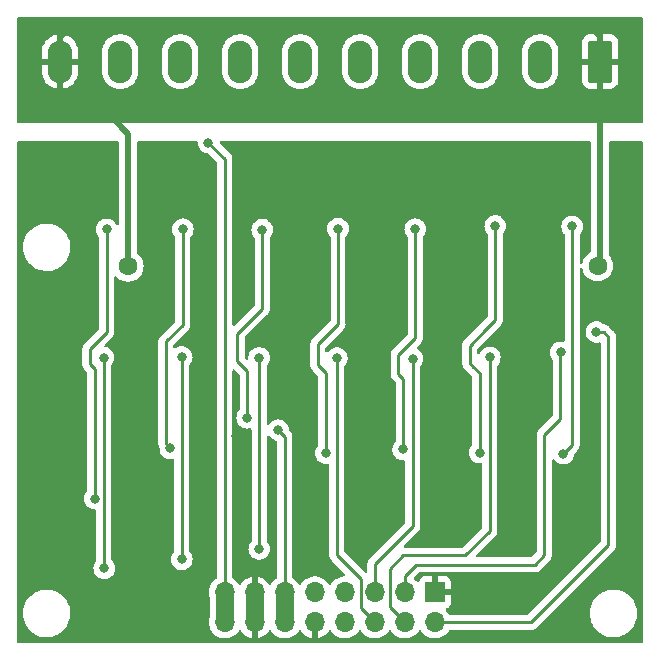
<source format=gbr>
%TF.GenerationSoftware,KiCad,Pcbnew,6.0.7+dfsg-1~bpo11+1*%
%TF.CreationDate,2022-10-12T23:44:01+02:00*%
%TF.ProjectId,rib8in_00,72696238-696e-45f3-9030-2e6b69636164,rev?*%
%TF.SameCoordinates,Original*%
%TF.FileFunction,Copper,L2,Bot*%
%TF.FilePolarity,Positive*%
%FSLAX46Y46*%
G04 Gerber Fmt 4.6, Leading zero omitted, Abs format (unit mm)*
G04 Created by KiCad (PCBNEW 6.0.7+dfsg-1~bpo11+1) date 2022-10-12 23:44:01*
%MOMM*%
%LPD*%
G01*
G04 APERTURE LIST*
G04 Aperture macros list*
%AMRoundRect*
0 Rectangle with rounded corners*
0 $1 Rounding radius*
0 $2 $3 $4 $5 $6 $7 $8 $9 X,Y pos of 4 corners*
0 Add a 4 corners polygon primitive as box body*
4,1,4,$2,$3,$4,$5,$6,$7,$8,$9,$2,$3,0*
0 Add four circle primitives for the rounded corners*
1,1,$1+$1,$2,$3*
1,1,$1+$1,$4,$5*
1,1,$1+$1,$6,$7*
1,1,$1+$1,$8,$9*
0 Add four rect primitives between the rounded corners*
20,1,$1+$1,$2,$3,$4,$5,0*
20,1,$1+$1,$4,$5,$6,$7,0*
20,1,$1+$1,$6,$7,$8,$9,0*
20,1,$1+$1,$8,$9,$2,$3,0*%
G04 Aperture macros list end*
%TA.AperFunction,ComponentPad*%
%ADD10R,1.700000X1.700000*%
%TD*%
%TA.AperFunction,ComponentPad*%
%ADD11O,1.700000X1.700000*%
%TD*%
%TA.AperFunction,ComponentPad*%
%ADD12RoundRect,0.249999X0.790001X1.550001X-0.790001X1.550001X-0.790001X-1.550001X0.790001X-1.550001X0*%
%TD*%
%TA.AperFunction,ComponentPad*%
%ADD13O,2.080000X3.600000*%
%TD*%
%TA.AperFunction,ViaPad*%
%ADD14C,0.800000*%
%TD*%
%TA.AperFunction,ViaPad*%
%ADD15C,1.600000*%
%TD*%
%TA.AperFunction,Conductor*%
%ADD16C,0.250000*%
%TD*%
%TA.AperFunction,Conductor*%
%ADD17C,1.500000*%
%TD*%
%TA.AperFunction,Conductor*%
%ADD18C,0.500000*%
%TD*%
G04 APERTURE END LIST*
D10*
%TO.P,J1,1,Pin_1*%
%TO.N,GND*%
X159875000Y-115225000D03*
D11*
%TO.P,J1,2,Pin_2*%
%TO.N,/IO_0*%
X159875000Y-117765000D03*
%TO.P,J1,3,Pin_3*%
%TO.N,/IO_1*%
X157335000Y-115225000D03*
%TO.P,J1,4,Pin_4*%
%TO.N,/IO_2*%
X157335000Y-117765000D03*
%TO.P,J1,5,Pin_5*%
%TO.N,/IO_3*%
X154795000Y-115225000D03*
%TO.P,J1,6,Pin_6*%
%TO.N,/IO_4*%
X154795000Y-117765000D03*
%TO.P,J1,7,Pin_7*%
%TO.N,/IO_5*%
X152255000Y-115225000D03*
%TO.P,J1,8,Pin_8*%
%TO.N,/IO_6*%
X152255000Y-117765000D03*
%TO.P,J1,9,Pin_9*%
%TO.N,/IO_7*%
X149715000Y-115225000D03*
%TO.P,J1,10,Pin_10*%
%TO.N,GND*%
X149715000Y-117765000D03*
%TO.P,J1,11,Pin_11*%
%TO.N,+3.3V*%
X147175000Y-115225000D03*
%TO.P,J1,12,Pin_12*%
X147175000Y-117765000D03*
%TO.P,J1,13,Pin_13*%
%TO.N,GND*%
X144635000Y-115225000D03*
%TO.P,J1,14,Pin_14*%
X144635000Y-117765000D03*
%TO.P,J1,15,Pin_15*%
%TO.N,+24V*%
X142095000Y-115225000D03*
%TO.P,J1,16,Pin_16*%
X142095000Y-117765000D03*
%TD*%
D12*
%TO.P,J2,1,Pin_1*%
%TO.N,/COM*%
X173860000Y-70277500D03*
D13*
%TO.P,J2,2,Pin_2*%
%TO.N,/IN_0*%
X168780000Y-70277500D03*
%TO.P,J2,3,Pin_3*%
%TO.N,/IN_1*%
X163700000Y-70277500D03*
%TO.P,J2,4,Pin_4*%
%TO.N,/IN_2*%
X158620000Y-70277500D03*
%TO.P,J2,5,Pin_5*%
%TO.N,/IN_3*%
X153540000Y-70277500D03*
%TO.P,J2,6,Pin_6*%
%TO.N,/IN_4*%
X148460000Y-70277500D03*
%TO.P,J2,7,Pin_7*%
%TO.N,/IN_5*%
X143380000Y-70277500D03*
%TO.P,J2,8,Pin_8*%
%TO.N,/IN_6*%
X138300000Y-70277500D03*
%TO.P,J2,9,Pin_9*%
%TO.N,/IN_7*%
X133220000Y-70277500D03*
%TO.P,J2,10,Pin_10*%
%TO.N,/COM*%
X128140000Y-70277500D03*
%TD*%
D14*
%TO.N,+24V*%
X140700000Y-77140000D03*
%TO.N,GND*%
X139500000Y-101500000D03*
X162500000Y-102000000D03*
X143000000Y-102000000D03*
X130020000Y-104570000D03*
X143430000Y-110540000D03*
X149500000Y-109000000D03*
X149500000Y-102000000D03*
X156000000Y-102000000D03*
X150000000Y-88500000D03*
%TO.N,/IO_0*%
X173540000Y-93170000D03*
%TO.N,/IO_1*%
X170520000Y-94900000D03*
%TO.N,/IO_2*%
X164530000Y-95320000D03*
%TO.N,/IO_3*%
X157980000Y-95440000D03*
%TO.N,/IO_4*%
X151580000Y-95380000D03*
%TO.N,/IO_5*%
X145000000Y-111550000D03*
X144990000Y-95360000D03*
%TO.N,/IO_6*%
X138450000Y-112420000D03*
X138440000Y-95300000D03*
%TO.N,/IO_7*%
X131820000Y-95340000D03*
X131880000Y-113190000D03*
%TO.N,+3.3V*%
X146610000Y-101480000D03*
D15*
%TO.N,/COM*%
X173650000Y-87580000D03*
X133900000Y-87600000D03*
D14*
%TO.N,Net-(R18-Pad2)*%
X171490000Y-84240000D03*
X170760000Y-103470000D03*
%TO.N,Net-(Q14-Pad3)*%
X143970000Y-100440000D03*
X145250000Y-84510000D03*
%TO.N,Net-(Q15-Pad3)*%
X138540000Y-84470000D03*
X137470000Y-103020000D03*
%TO.N,Net-(Q16-Pad3)*%
X131090000Y-107280000D03*
X132090000Y-84490000D03*
%TO.N,Net-(R19-Pad2)*%
X164980000Y-84190000D03*
X163660000Y-103390000D03*
%TO.N,Net-(R20-Pad2)*%
X158210000Y-84470000D03*
X157180000Y-103110000D03*
%TO.N,Net-(R37-Pad2)*%
X150620000Y-103420000D03*
X151670000Y-84430000D03*
%TD*%
D16*
%TO.N,+24V*%
X142095000Y-78535000D02*
X140700000Y-77140000D01*
D17*
X142095000Y-117765000D02*
X142095000Y-115225000D01*
D16*
X142095000Y-115225000D02*
X142095000Y-78535000D01*
D17*
%TO.N,GND*%
X144635000Y-117765000D02*
X144635000Y-115225000D01*
D16*
%TO.N,/IO_0*%
X174570000Y-111210000D02*
X168015000Y-117765000D01*
X174150000Y-93170000D02*
X174570000Y-93590000D01*
X168015000Y-117765000D02*
X159875000Y-117765000D01*
X173540000Y-93170000D02*
X174150000Y-93170000D01*
X174570000Y-93590000D02*
X174570000Y-111210000D01*
%TO.N,/IO_1*%
X169140000Y-101860000D02*
X170490000Y-100510000D01*
X157335000Y-113835000D02*
X158270000Y-112900000D01*
X158270000Y-112900000D02*
X168310000Y-112900000D01*
X170490000Y-94930000D02*
X170520000Y-94900000D01*
X169140000Y-112070000D02*
X169140000Y-101860000D01*
X168310000Y-112900000D02*
X169140000Y-112070000D01*
X170490000Y-100510000D02*
X170490000Y-94930000D01*
X157335000Y-115225000D02*
X157335000Y-113835000D01*
%TO.N,/IO_2*%
X156030000Y-113230000D02*
X156030000Y-116460000D01*
X156030000Y-116460000D02*
X157335000Y-117765000D01*
X157170000Y-112090000D02*
X156030000Y-113230000D01*
X164530000Y-95320000D02*
X164530000Y-110000000D01*
X164530000Y-110000000D02*
X162440000Y-112090000D01*
X162440000Y-112090000D02*
X157170000Y-112090000D01*
%TO.N,/IO_3*%
X154795000Y-115225000D02*
X154795000Y-112815000D01*
X154795000Y-112815000D02*
X157980000Y-109630000D01*
X157980000Y-109630000D02*
X157980000Y-95440000D01*
%TO.N,/IO_4*%
X153600000Y-116570000D02*
X153600000Y-114090000D01*
X151580000Y-112070000D02*
X151580000Y-95380000D01*
X154795000Y-117765000D02*
X153600000Y-116570000D01*
X153600000Y-114090000D02*
X151580000Y-112070000D01*
%TO.N,/IO_5*%
X144990000Y-111540000D02*
X145000000Y-111550000D01*
X144990000Y-95360000D02*
X144990000Y-111540000D01*
%TO.N,/IO_6*%
X138440000Y-112410000D02*
X138450000Y-112420000D01*
X138440000Y-95300000D02*
X138440000Y-112410000D01*
%TO.N,/IO_7*%
X131820000Y-95340000D02*
X131820000Y-113130000D01*
X131820000Y-113130000D02*
X131880000Y-113190000D01*
%TO.N,+3.3V*%
X147175000Y-115225000D02*
X147175000Y-102045000D01*
D17*
X147175000Y-117765000D02*
X147175000Y-115225000D01*
D16*
X147175000Y-102045000D02*
X146610000Y-101480000D01*
D18*
%TO.N,/COM*%
X173860000Y-70277500D02*
X173860000Y-87370000D01*
X128140000Y-70277500D02*
X128140000Y-68160000D01*
X173050000Y-67320000D02*
X173860000Y-68130000D01*
X133900000Y-76400000D02*
X131400000Y-73900000D01*
X173860000Y-68130000D02*
X173860000Y-70277500D01*
X128140000Y-68160000D02*
X128980000Y-67320000D01*
X128140000Y-70277500D02*
X128140000Y-72940000D01*
X131400000Y-73900000D02*
X129100000Y-73900000D01*
X173860000Y-87370000D02*
X173650000Y-87580000D01*
X128980000Y-67320000D02*
X173050000Y-67320000D01*
X133900000Y-87600000D02*
X133900000Y-76400000D01*
X128140000Y-72940000D02*
X129100000Y-73900000D01*
D16*
%TO.N,Net-(R18-Pad2)*%
X171490000Y-85040000D02*
X171490000Y-102740000D01*
X171490000Y-102740000D02*
X170760000Y-103470000D01*
X171490000Y-85040000D02*
X171490000Y-84240000D01*
%TO.N,Net-(Q14-Pad3)*%
X145250000Y-84510000D02*
X145250000Y-91220000D01*
X143970000Y-96490000D02*
X143970000Y-100440000D01*
X143140000Y-93330000D02*
X143140000Y-95660000D01*
X143140000Y-95660000D02*
X143970000Y-96490000D01*
X145250000Y-91220000D02*
X143140000Y-93330000D01*
%TO.N,Net-(Q15-Pad3)*%
X137100000Y-101960000D02*
X137100000Y-102650000D01*
X137120000Y-93970000D02*
X137100000Y-93990000D01*
X137100000Y-93990000D02*
X137100000Y-101960000D01*
X137100000Y-102650000D02*
X137470000Y-103020000D01*
X137200000Y-93890000D02*
X137120000Y-93970000D01*
X138540000Y-84470000D02*
X138540000Y-92550000D01*
X138540000Y-92550000D02*
X137200000Y-93890000D01*
%TO.N,Net-(Q16-Pad3)*%
X131090000Y-107280000D02*
X131090000Y-96340000D01*
X132090000Y-93180000D02*
X132090000Y-84490000D01*
X130660000Y-94610000D02*
X132090000Y-93180000D01*
X131090000Y-96340000D02*
X130660000Y-95910000D01*
X130660000Y-95910000D02*
X130660000Y-94610000D01*
%TO.N,Net-(R19-Pad2)*%
X163660000Y-96650000D02*
X163130000Y-96120000D01*
X162810000Y-94330000D02*
X164190000Y-92950000D01*
X163130000Y-96120000D02*
X162810000Y-95800000D01*
X164190000Y-92950000D02*
X164980000Y-92160000D01*
X163660000Y-103390000D02*
X163660000Y-96650000D01*
X164980000Y-92160000D02*
X164980000Y-84190000D01*
X162810000Y-95800000D02*
X162810000Y-94330000D01*
%TO.N,Net-(R20-Pad2)*%
X156750000Y-96700000D02*
X157100000Y-97050000D01*
X156750000Y-95140000D02*
X156750000Y-96700000D01*
X158210000Y-93680000D02*
X157160000Y-94730000D01*
X157100000Y-97050000D02*
X157180000Y-97130000D01*
X156960000Y-94930000D02*
X156750000Y-95140000D01*
X157180000Y-97130000D02*
X157180000Y-103110000D01*
X157160000Y-94730000D02*
X156960000Y-94930000D01*
X158210000Y-84470000D02*
X158210000Y-93680000D01*
%TO.N,Net-(R37-Pad2)*%
X151670000Y-92510000D02*
X151670000Y-84430000D01*
X150620000Y-96820000D02*
X150620000Y-96640000D01*
X150970000Y-93210000D02*
X151670000Y-92510000D01*
X149970000Y-95990000D02*
X149970000Y-94210000D01*
X149970000Y-94210000D02*
X150970000Y-93210000D01*
X150620000Y-97220000D02*
X150620000Y-96820000D01*
X150620000Y-96640000D02*
X150280000Y-96300000D01*
X150280000Y-96300000D02*
X149970000Y-95990000D01*
X150620000Y-103420000D02*
X150620000Y-97220000D01*
%TD*%
%TA.AperFunction,Conductor*%
%TO.N,GND*%
G36*
X133083621Y-77020002D02*
G01*
X133130114Y-77073658D01*
X133141500Y-77126000D01*
X133141500Y-84024014D01*
X133121498Y-84092135D01*
X133067842Y-84138628D01*
X132997568Y-84148732D01*
X132932988Y-84119238D01*
X132906381Y-84087014D01*
X132852560Y-83993794D01*
X132829040Y-83953056D01*
X132816181Y-83938774D01*
X132705675Y-83816045D01*
X132705674Y-83816044D01*
X132701253Y-83811134D01*
X132546752Y-83698882D01*
X132540724Y-83696198D01*
X132540722Y-83696197D01*
X132378319Y-83623891D01*
X132378318Y-83623891D01*
X132372288Y-83621206D01*
X132271741Y-83599834D01*
X132191944Y-83582872D01*
X132191939Y-83582872D01*
X132185487Y-83581500D01*
X131994513Y-83581500D01*
X131988061Y-83582872D01*
X131988056Y-83582872D01*
X131908259Y-83599834D01*
X131807712Y-83621206D01*
X131801682Y-83623891D01*
X131801681Y-83623891D01*
X131639278Y-83696197D01*
X131639276Y-83696198D01*
X131633248Y-83698882D01*
X131478747Y-83811134D01*
X131474326Y-83816044D01*
X131474325Y-83816045D01*
X131363820Y-83938774D01*
X131350960Y-83953056D01*
X131306424Y-84030195D01*
X131262759Y-84105825D01*
X131255473Y-84118444D01*
X131196458Y-84300072D01*
X131195768Y-84306633D01*
X131195768Y-84306635D01*
X131183492Y-84423435D01*
X131176496Y-84490000D01*
X131177186Y-84496565D01*
X131180672Y-84529728D01*
X131196458Y-84679928D01*
X131255473Y-84861556D01*
X131350960Y-85026944D01*
X131424137Y-85108215D01*
X131454853Y-85172221D01*
X131456500Y-85192524D01*
X131456500Y-92865405D01*
X131436498Y-92933526D01*
X131419595Y-92954500D01*
X130267747Y-94106348D01*
X130259461Y-94113888D01*
X130252982Y-94118000D01*
X130247557Y-94123777D01*
X130206357Y-94167651D01*
X130203602Y-94170493D01*
X130183865Y-94190230D01*
X130181385Y-94193427D01*
X130173682Y-94202447D01*
X130143414Y-94234679D01*
X130139595Y-94241625D01*
X130139593Y-94241628D01*
X130133652Y-94252434D01*
X130122801Y-94268953D01*
X130110386Y-94284959D01*
X130107241Y-94292228D01*
X130107238Y-94292232D01*
X130092826Y-94325537D01*
X130087609Y-94336187D01*
X130066305Y-94374940D01*
X130064334Y-94382615D01*
X130064334Y-94382616D01*
X130061267Y-94394562D01*
X130054863Y-94413266D01*
X130046819Y-94431855D01*
X130045580Y-94439678D01*
X130045577Y-94439688D01*
X130039901Y-94475524D01*
X130037495Y-94487144D01*
X130030918Y-94512763D01*
X130026500Y-94529970D01*
X130026500Y-94550224D01*
X130024949Y-94569934D01*
X130021780Y-94589943D01*
X130022526Y-94597835D01*
X130025941Y-94633961D01*
X130026500Y-94645819D01*
X130026500Y-95831233D01*
X130025973Y-95842416D01*
X130024298Y-95849909D01*
X130024547Y-95857835D01*
X130024547Y-95857836D01*
X130026438Y-95917986D01*
X130026500Y-95921945D01*
X130026500Y-95949856D01*
X130026997Y-95953790D01*
X130026997Y-95953791D01*
X130027005Y-95953856D01*
X130027938Y-95965693D01*
X130029327Y-96009889D01*
X130034978Y-96029339D01*
X130038987Y-96048700D01*
X130041526Y-96068797D01*
X130044445Y-96076168D01*
X130044445Y-96076170D01*
X130057804Y-96109912D01*
X130061649Y-96121142D01*
X130073982Y-96163593D01*
X130078015Y-96170412D01*
X130078017Y-96170417D01*
X130084293Y-96181028D01*
X130092988Y-96198776D01*
X130100448Y-96217617D01*
X130105110Y-96224033D01*
X130105110Y-96224034D01*
X130126436Y-96253387D01*
X130132952Y-96263307D01*
X130155458Y-96301362D01*
X130161064Y-96306969D01*
X130169780Y-96315685D01*
X130182621Y-96330719D01*
X130188051Y-96338192D01*
X130194528Y-96347107D01*
X130200635Y-96352159D01*
X130228593Y-96375288D01*
X130237374Y-96383278D01*
X130419596Y-96565501D01*
X130453621Y-96627813D01*
X130456500Y-96654596D01*
X130456500Y-106577476D01*
X130436498Y-106645597D01*
X130424142Y-106661779D01*
X130350960Y-106743056D01*
X130255473Y-106908444D01*
X130196458Y-107090072D01*
X130176496Y-107280000D01*
X130196458Y-107469928D01*
X130255473Y-107651556D01*
X130350960Y-107816944D01*
X130478747Y-107958866D01*
X130633248Y-108071118D01*
X130639276Y-108073802D01*
X130639278Y-108073803D01*
X130801681Y-108146109D01*
X130807712Y-108148794D01*
X130901113Y-108168647D01*
X130988056Y-108187128D01*
X130988061Y-108187128D01*
X130994513Y-108188500D01*
X131060500Y-108188500D01*
X131128621Y-108208502D01*
X131175114Y-108262158D01*
X131186500Y-108314500D01*
X131186500Y-112554112D01*
X131166498Y-112622233D01*
X131154136Y-112638422D01*
X131140960Y-112653056D01*
X131137659Y-112658774D01*
X131137657Y-112658777D01*
X131057693Y-112797279D01*
X131045473Y-112818444D01*
X130986458Y-113000072D01*
X130966496Y-113190000D01*
X130967186Y-113196565D01*
X130984939Y-113365472D01*
X130986458Y-113379928D01*
X131045473Y-113561556D01*
X131048776Y-113567278D01*
X131048777Y-113567279D01*
X131082686Y-113626010D01*
X131140960Y-113726944D01*
X131145378Y-113731851D01*
X131145379Y-113731852D01*
X131242946Y-113840211D01*
X131268747Y-113868866D01*
X131353185Y-113930214D01*
X131408974Y-113970747D01*
X131423248Y-113981118D01*
X131429276Y-113983802D01*
X131429278Y-113983803D01*
X131562083Y-114042931D01*
X131597712Y-114058794D01*
X131691112Y-114078647D01*
X131778056Y-114097128D01*
X131778061Y-114097128D01*
X131784513Y-114098500D01*
X131975487Y-114098500D01*
X131981939Y-114097128D01*
X131981944Y-114097128D01*
X132068888Y-114078647D01*
X132162288Y-114058794D01*
X132197917Y-114042931D01*
X132330722Y-113983803D01*
X132330724Y-113983802D01*
X132336752Y-113981118D01*
X132351027Y-113970747D01*
X132406815Y-113930214D01*
X132491253Y-113868866D01*
X132517054Y-113840211D01*
X132614621Y-113731852D01*
X132614622Y-113731851D01*
X132619040Y-113726944D01*
X132677314Y-113626010D01*
X132711223Y-113567279D01*
X132711224Y-113567278D01*
X132714527Y-113561556D01*
X132773542Y-113379928D01*
X132775062Y-113365472D01*
X132792814Y-113196565D01*
X132793504Y-113190000D01*
X132773542Y-113000072D01*
X132714527Y-112818444D01*
X132619040Y-112653056D01*
X132614621Y-112648148D01*
X132495679Y-112516049D01*
X132495676Y-112516047D01*
X132491253Y-112511134D01*
X132492012Y-112510450D01*
X132457951Y-112455166D01*
X132453500Y-112421972D01*
X132453500Y-96042524D01*
X132473502Y-95974403D01*
X132485858Y-95958221D01*
X132559040Y-95876944D01*
X132654527Y-95711556D01*
X132713542Y-95529928D01*
X132716349Y-95503227D01*
X132732814Y-95346565D01*
X132733504Y-95340000D01*
X132724052Y-95250072D01*
X132714232Y-95156635D01*
X132714232Y-95156633D01*
X132713542Y-95150072D01*
X132654527Y-94968444D01*
X132639991Y-94943266D01*
X132615011Y-94900000D01*
X132559040Y-94803056D01*
X132546181Y-94788774D01*
X132435675Y-94666045D01*
X132435674Y-94666044D01*
X132431253Y-94661134D01*
X132331807Y-94588882D01*
X132282094Y-94552763D01*
X132282093Y-94552762D01*
X132276752Y-94548882D01*
X132270724Y-94546198D01*
X132270722Y-94546197D01*
X132108319Y-94473891D01*
X132108318Y-94473891D01*
X132102288Y-94471206D01*
X132095833Y-94469834D01*
X132095824Y-94469831D01*
X131993138Y-94448004D01*
X131930665Y-94414276D01*
X131896344Y-94352126D01*
X131901072Y-94281287D01*
X131930241Y-94235663D01*
X132195961Y-93969943D01*
X136461780Y-93969943D01*
X136462526Y-93977835D01*
X136465941Y-94013961D01*
X136466500Y-94025819D01*
X136466500Y-102571233D01*
X136465973Y-102582416D01*
X136464298Y-102589909D01*
X136464547Y-102597835D01*
X136464547Y-102597836D01*
X136466438Y-102657986D01*
X136466500Y-102661945D01*
X136466500Y-102689856D01*
X136466997Y-102693790D01*
X136466997Y-102693791D01*
X136467005Y-102693856D01*
X136467938Y-102705693D01*
X136469327Y-102749889D01*
X136473962Y-102765842D01*
X136474978Y-102769339D01*
X136478987Y-102788700D01*
X136479295Y-102791134D01*
X136481526Y-102808797D01*
X136484445Y-102816168D01*
X136484445Y-102816170D01*
X136497804Y-102849912D01*
X136501649Y-102861142D01*
X136509677Y-102888774D01*
X136513982Y-102903593D01*
X136518015Y-102910412D01*
X136518017Y-102910417D01*
X136524293Y-102921028D01*
X136532988Y-102938776D01*
X136540448Y-102957617D01*
X136542218Y-102960053D01*
X136556819Y-103016923D01*
X136556496Y-103020000D01*
X136557186Y-103026565D01*
X136573261Y-103179507D01*
X136576458Y-103209928D01*
X136635473Y-103391556D01*
X136730960Y-103556944D01*
X136735378Y-103561851D01*
X136735379Y-103561852D01*
X136778667Y-103609928D01*
X136858747Y-103698866D01*
X137013248Y-103811118D01*
X137019276Y-103813802D01*
X137019278Y-103813803D01*
X137081613Y-103841556D01*
X137187712Y-103888794D01*
X137281113Y-103908647D01*
X137368056Y-103927128D01*
X137368061Y-103927128D01*
X137374513Y-103928500D01*
X137565487Y-103928500D01*
X137571942Y-103927128D01*
X137571951Y-103927127D01*
X137654302Y-103909622D01*
X137725093Y-103915023D01*
X137781726Y-103957839D01*
X137806220Y-104024477D01*
X137806500Y-104032868D01*
X137806500Y-111728582D01*
X137786498Y-111796703D01*
X137774137Y-111812891D01*
X137710960Y-111883056D01*
X137707659Y-111888774D01*
X137633145Y-112017836D01*
X137615473Y-112048444D01*
X137556458Y-112230072D01*
X137555768Y-112236633D01*
X137555768Y-112236635D01*
X137541322Y-112374079D01*
X137536496Y-112420000D01*
X137537186Y-112426565D01*
X137555369Y-112599562D01*
X137556458Y-112609928D01*
X137615473Y-112791556D01*
X137710960Y-112956944D01*
X137715378Y-112961851D01*
X137715379Y-112961852D01*
X137755702Y-113006635D01*
X137838747Y-113098866D01*
X137937843Y-113170864D01*
X137973218Y-113196565D01*
X137993248Y-113211118D01*
X137999276Y-113213802D01*
X137999278Y-113213803D01*
X138161681Y-113286109D01*
X138167712Y-113288794D01*
X138261113Y-113308647D01*
X138348056Y-113327128D01*
X138348061Y-113327128D01*
X138354513Y-113328500D01*
X138545487Y-113328500D01*
X138551939Y-113327128D01*
X138551944Y-113327128D01*
X138638887Y-113308647D01*
X138732288Y-113288794D01*
X138738319Y-113286109D01*
X138900722Y-113213803D01*
X138900724Y-113213802D01*
X138906752Y-113211118D01*
X138926783Y-113196565D01*
X138962157Y-113170864D01*
X139061253Y-113098866D01*
X139144298Y-113006635D01*
X139184621Y-112961852D01*
X139184622Y-112961851D01*
X139189040Y-112956944D01*
X139284527Y-112791556D01*
X139343542Y-112609928D01*
X139344632Y-112599562D01*
X139362814Y-112426565D01*
X139363504Y-112420000D01*
X139358678Y-112374079D01*
X139344232Y-112236635D01*
X139344232Y-112236633D01*
X139343542Y-112230072D01*
X139284527Y-112048444D01*
X139266856Y-112017836D01*
X139192343Y-111888777D01*
X139192341Y-111888774D01*
X139189040Y-111883056D01*
X139105864Y-111790680D01*
X139075147Y-111726672D01*
X139073500Y-111706369D01*
X139073500Y-96002524D01*
X139093502Y-95934403D01*
X139105858Y-95918221D01*
X139179040Y-95836944D01*
X139274527Y-95671556D01*
X139333542Y-95489928D01*
X139343247Y-95397595D01*
X139352814Y-95306565D01*
X139353504Y-95300000D01*
X139341950Y-95190072D01*
X139334232Y-95116635D01*
X139334232Y-95116633D01*
X139333542Y-95110072D01*
X139274527Y-94928444D01*
X139263171Y-94908774D01*
X139182341Y-94768774D01*
X139179040Y-94763056D01*
X139151482Y-94732449D01*
X139055675Y-94626045D01*
X139055674Y-94626044D01*
X139051253Y-94621134D01*
X138951807Y-94548882D01*
X138902094Y-94512763D01*
X138902093Y-94512762D01*
X138896752Y-94508882D01*
X138890724Y-94506198D01*
X138890722Y-94506197D01*
X138728319Y-94433891D01*
X138728318Y-94433891D01*
X138722288Y-94431206D01*
X138595076Y-94404166D01*
X138541944Y-94392872D01*
X138541939Y-94392872D01*
X138535487Y-94391500D01*
X138344513Y-94391500D01*
X138338061Y-94392872D01*
X138338056Y-94392872D01*
X138284924Y-94404166D01*
X138157712Y-94431206D01*
X138151682Y-94433891D01*
X138151681Y-94433891D01*
X137989278Y-94506197D01*
X137989276Y-94506198D01*
X137983248Y-94508882D01*
X137977907Y-94512762D01*
X137977906Y-94512763D01*
X137933561Y-94544982D01*
X137866694Y-94568840D01*
X137797542Y-94552760D01*
X137748062Y-94501846D01*
X137733500Y-94443046D01*
X137733500Y-94304594D01*
X137753502Y-94236473D01*
X137770405Y-94215499D01*
X138932247Y-93053657D01*
X138940537Y-93046113D01*
X138947018Y-93042000D01*
X138993659Y-92992332D01*
X138996413Y-92989491D01*
X139016134Y-92969770D01*
X139018612Y-92966575D01*
X139026318Y-92957553D01*
X139051158Y-92931101D01*
X139056586Y-92925321D01*
X139066346Y-92907568D01*
X139077199Y-92891045D01*
X139084753Y-92881306D01*
X139089613Y-92875041D01*
X139107176Y-92834457D01*
X139112383Y-92823827D01*
X139133695Y-92785060D01*
X139135666Y-92777383D01*
X139135668Y-92777378D01*
X139138732Y-92765442D01*
X139145138Y-92746730D01*
X139150033Y-92735419D01*
X139153181Y-92728145D01*
X139154421Y-92720317D01*
X139154423Y-92720310D01*
X139160099Y-92684476D01*
X139162505Y-92672856D01*
X139171528Y-92637711D01*
X139171528Y-92637710D01*
X139173500Y-92630030D01*
X139173500Y-92609776D01*
X139175051Y-92590065D01*
X139176980Y-92577886D01*
X139178220Y-92570057D01*
X139174059Y-92526038D01*
X139173500Y-92514181D01*
X139173500Y-85172524D01*
X139193502Y-85104403D01*
X139205858Y-85088221D01*
X139279040Y-85006944D01*
X139374527Y-84841556D01*
X139433542Y-84659928D01*
X139453504Y-84470000D01*
X139440844Y-84349550D01*
X139434232Y-84286635D01*
X139434232Y-84286633D01*
X139433542Y-84280072D01*
X139374527Y-84098444D01*
X139370885Y-84092135D01*
X139282341Y-83938774D01*
X139279040Y-83933056D01*
X139248173Y-83898774D01*
X139155675Y-83796045D01*
X139155674Y-83796044D01*
X139151253Y-83791134D01*
X139051807Y-83718882D01*
X139002094Y-83682763D01*
X139002093Y-83682762D01*
X138996752Y-83678882D01*
X138990724Y-83676198D01*
X138990722Y-83676197D01*
X138828319Y-83603891D01*
X138828318Y-83603891D01*
X138822288Y-83601206D01*
X138728888Y-83581353D01*
X138641944Y-83562872D01*
X138641939Y-83562872D01*
X138635487Y-83561500D01*
X138444513Y-83561500D01*
X138438061Y-83562872D01*
X138438056Y-83562872D01*
X138351112Y-83581353D01*
X138257712Y-83601206D01*
X138251682Y-83603891D01*
X138251681Y-83603891D01*
X138089278Y-83676197D01*
X138089276Y-83676198D01*
X138083248Y-83678882D01*
X138077907Y-83682762D01*
X138077906Y-83682763D01*
X138028193Y-83718882D01*
X137928747Y-83791134D01*
X137924326Y-83796044D01*
X137924325Y-83796045D01*
X137831828Y-83898774D01*
X137800960Y-83933056D01*
X137797659Y-83938774D01*
X137709116Y-84092135D01*
X137705473Y-84098444D01*
X137646458Y-84280072D01*
X137645768Y-84286633D01*
X137645768Y-84286635D01*
X137639156Y-84349550D01*
X137626496Y-84470000D01*
X137646458Y-84659928D01*
X137705473Y-84841556D01*
X137800960Y-85006944D01*
X137874137Y-85088215D01*
X137904853Y-85152221D01*
X137906500Y-85172524D01*
X137906500Y-92235405D01*
X137886498Y-92303526D01*
X137869595Y-92324500D01*
X136707747Y-93486348D01*
X136699461Y-93493888D01*
X136692982Y-93498000D01*
X136687557Y-93503777D01*
X136646357Y-93547651D01*
X136643602Y-93550493D01*
X136623865Y-93570230D01*
X136621385Y-93573427D01*
X136613682Y-93582447D01*
X136583414Y-93614679D01*
X136579595Y-93621625D01*
X136579593Y-93621628D01*
X136573652Y-93632434D01*
X136562801Y-93648953D01*
X136550386Y-93664959D01*
X136547241Y-93672228D01*
X136547238Y-93672232D01*
X136532826Y-93705537D01*
X136527609Y-93716187D01*
X136506305Y-93754940D01*
X136504334Y-93762615D01*
X136504334Y-93762616D01*
X136501267Y-93774562D01*
X136494863Y-93793266D01*
X136492763Y-93798120D01*
X136486819Y-93811855D01*
X136485580Y-93819678D01*
X136485577Y-93819688D01*
X136479901Y-93855524D01*
X136477495Y-93867144D01*
X136471054Y-93892232D01*
X136466500Y-93909970D01*
X136466500Y-93930224D01*
X136464949Y-93949934D01*
X136461780Y-93969943D01*
X132195961Y-93969943D01*
X132482247Y-93683657D01*
X132490537Y-93676113D01*
X132497018Y-93672000D01*
X132543659Y-93622332D01*
X132546413Y-93619491D01*
X132566134Y-93599770D01*
X132568612Y-93596575D01*
X132576318Y-93587553D01*
X132581531Y-93582002D01*
X132606586Y-93555321D01*
X132616346Y-93537568D01*
X132627199Y-93521045D01*
X132634753Y-93511306D01*
X132639613Y-93505041D01*
X132657176Y-93464457D01*
X132662383Y-93453827D01*
X132683695Y-93415060D01*
X132685666Y-93407383D01*
X132685668Y-93407378D01*
X132688732Y-93395442D01*
X132695138Y-93376730D01*
X132700034Y-93365417D01*
X132703181Y-93358145D01*
X132709386Y-93318972D01*
X132710097Y-93314481D01*
X132712504Y-93302860D01*
X132721528Y-93267711D01*
X132721528Y-93267710D01*
X132723500Y-93260030D01*
X132723500Y-93239769D01*
X132725051Y-93220058D01*
X132726979Y-93207885D01*
X132728219Y-93200057D01*
X132724059Y-93156046D01*
X132723500Y-93144189D01*
X132723500Y-88578188D01*
X132743502Y-88510067D01*
X132797158Y-88463574D01*
X132867432Y-88453470D01*
X132932012Y-88482964D01*
X132938595Y-88489093D01*
X133055700Y-88606198D01*
X133060208Y-88609355D01*
X133060211Y-88609357D01*
X133138389Y-88664098D01*
X133243251Y-88737523D01*
X133248233Y-88739846D01*
X133248238Y-88739849D01*
X133410918Y-88815707D01*
X133450757Y-88834284D01*
X133456065Y-88835706D01*
X133456067Y-88835707D01*
X133666598Y-88892119D01*
X133666600Y-88892119D01*
X133671913Y-88893543D01*
X133900000Y-88913498D01*
X134128087Y-88893543D01*
X134133400Y-88892119D01*
X134133402Y-88892119D01*
X134343933Y-88835707D01*
X134343935Y-88835706D01*
X134349243Y-88834284D01*
X134389082Y-88815707D01*
X134551762Y-88739849D01*
X134551767Y-88739846D01*
X134556749Y-88737523D01*
X134661611Y-88664098D01*
X134739789Y-88609357D01*
X134739792Y-88609355D01*
X134744300Y-88606198D01*
X134906198Y-88444300D01*
X134917474Y-88428197D01*
X135034366Y-88261257D01*
X135037523Y-88256749D01*
X135039846Y-88251767D01*
X135039849Y-88251762D01*
X135131961Y-88054225D01*
X135131961Y-88054224D01*
X135134284Y-88049243D01*
X135157262Y-87963491D01*
X135192119Y-87833402D01*
X135192119Y-87833400D01*
X135193543Y-87828087D01*
X135213498Y-87600000D01*
X135193543Y-87371913D01*
X135189678Y-87357489D01*
X135135707Y-87156067D01*
X135135706Y-87156065D01*
X135134284Y-87150757D01*
X135122635Y-87125775D01*
X135039849Y-86948238D01*
X135039846Y-86948233D01*
X135037523Y-86943251D01*
X134947139Y-86814169D01*
X134909357Y-86760211D01*
X134909355Y-86760208D01*
X134906198Y-86755700D01*
X134744300Y-86593802D01*
X134712229Y-86571345D01*
X134667901Y-86515890D01*
X134658500Y-86468133D01*
X134658500Y-77126000D01*
X134678502Y-77057879D01*
X134732158Y-77011386D01*
X134784500Y-77000000D01*
X139661273Y-77000000D01*
X139729394Y-77020002D01*
X139775887Y-77073658D01*
X139784575Y-77126830D01*
X139787186Y-77126830D01*
X139787186Y-77133435D01*
X139786496Y-77140000D01*
X139806458Y-77329928D01*
X139865473Y-77511556D01*
X139960960Y-77676944D01*
X140088747Y-77818866D01*
X140243248Y-77931118D01*
X140249276Y-77933802D01*
X140249278Y-77933803D01*
X140411681Y-78006109D01*
X140417712Y-78008794D01*
X140511113Y-78028647D01*
X140598056Y-78047128D01*
X140598061Y-78047128D01*
X140604513Y-78048500D01*
X140660405Y-78048500D01*
X140728526Y-78068502D01*
X140749501Y-78085405D01*
X141424596Y-78760501D01*
X141458621Y-78822813D01*
X141461500Y-78849596D01*
X141461500Y-113946692D01*
X141441498Y-114014813D01*
X141393683Y-114058453D01*
X141368607Y-114071507D01*
X141364474Y-114074610D01*
X141364471Y-114074612D01*
X141294011Y-114127515D01*
X141189965Y-114205635D01*
X141035629Y-114367138D01*
X140909743Y-114551680D01*
X140815688Y-114754305D01*
X140755989Y-114969570D01*
X140732251Y-115191695D01*
X140732548Y-115196848D01*
X140732548Y-115196851D01*
X140744570Y-115405342D01*
X140745110Y-115414715D01*
X140746247Y-115419761D01*
X140746248Y-115419767D01*
X140768408Y-115518094D01*
X140794222Y-115632639D01*
X140820484Y-115697316D01*
X140827243Y-115713961D01*
X140836500Y-115761365D01*
X140836500Y-117221651D01*
X140824787Y-117274702D01*
X140817869Y-117289605D01*
X140817867Y-117289612D01*
X140815688Y-117294305D01*
X140755989Y-117509570D01*
X140732251Y-117731695D01*
X140732548Y-117736848D01*
X140732548Y-117736851D01*
X140738601Y-117841830D01*
X140745110Y-117954715D01*
X140746247Y-117959761D01*
X140746248Y-117959767D01*
X140750005Y-117976437D01*
X140794222Y-118172639D01*
X140846956Y-118302509D01*
X140871662Y-118363351D01*
X140878266Y-118379616D01*
X140921316Y-118449867D01*
X140992291Y-118565688D01*
X140994987Y-118570088D01*
X141141250Y-118738938D01*
X141313126Y-118881632D01*
X141506000Y-118994338D01*
X141510825Y-118996180D01*
X141510826Y-118996181D01*
X141548151Y-119010434D01*
X141714692Y-119074030D01*
X141719760Y-119075061D01*
X141719763Y-119075062D01*
X141814862Y-119094410D01*
X141933597Y-119118567D01*
X141938772Y-119118757D01*
X141938774Y-119118757D01*
X142151673Y-119126564D01*
X142151677Y-119126564D01*
X142156837Y-119126753D01*
X142161957Y-119126097D01*
X142161959Y-119126097D01*
X142373288Y-119099025D01*
X142373289Y-119099025D01*
X142378416Y-119098368D01*
X142383366Y-119096883D01*
X142587429Y-119035661D01*
X142587434Y-119035659D01*
X142592384Y-119034174D01*
X142792994Y-118935896D01*
X142974860Y-118806173D01*
X143133096Y-118648489D01*
X143192594Y-118565689D01*
X143263453Y-118467077D01*
X143264640Y-118467930D01*
X143311960Y-118424362D01*
X143381897Y-118412145D01*
X143447338Y-118439678D01*
X143475166Y-118471511D01*
X143532694Y-118565388D01*
X143538777Y-118573699D01*
X143678213Y-118734667D01*
X143685580Y-118741883D01*
X143849434Y-118877916D01*
X143857881Y-118883831D01*
X144041756Y-118991279D01*
X144051042Y-118995729D01*
X144250001Y-119071703D01*
X144259899Y-119074579D01*
X144363250Y-119095606D01*
X144377299Y-119094410D01*
X144381000Y-119084065D01*
X144381000Y-113908102D01*
X144377082Y-113894758D01*
X144362806Y-113892771D01*
X144324324Y-113898660D01*
X144314288Y-113901051D01*
X144111868Y-113967212D01*
X144102359Y-113971209D01*
X143913463Y-114069542D01*
X143904738Y-114075036D01*
X143734433Y-114202905D01*
X143726726Y-114209748D01*
X143579590Y-114363717D01*
X143573109Y-114371722D01*
X143468498Y-114525074D01*
X143413587Y-114570076D01*
X143343062Y-114578247D01*
X143279315Y-114546993D01*
X143258618Y-114522509D01*
X143177822Y-114397617D01*
X143177820Y-114397614D01*
X143175014Y-114393277D01*
X143024670Y-114228051D01*
X143020616Y-114224849D01*
X143020615Y-114224848D01*
X142853414Y-114092800D01*
X142853410Y-114092798D01*
X142849359Y-114089598D01*
X142844835Y-114087101D01*
X142844831Y-114087098D01*
X142793608Y-114058822D01*
X142743636Y-114008390D01*
X142728500Y-113948513D01*
X142728500Y-96448594D01*
X142748502Y-96380473D01*
X142802158Y-96333980D01*
X142872432Y-96323876D01*
X142937012Y-96353370D01*
X142943595Y-96359499D01*
X143299595Y-96715499D01*
X143333621Y-96777811D01*
X143336500Y-96804594D01*
X143336500Y-99737476D01*
X143316498Y-99805597D01*
X143304142Y-99821779D01*
X143230960Y-99903056D01*
X143135473Y-100068444D01*
X143076458Y-100250072D01*
X143075768Y-100256633D01*
X143075768Y-100256635D01*
X143057186Y-100433435D01*
X143056496Y-100440000D01*
X143076458Y-100629928D01*
X143135473Y-100811556D01*
X143230960Y-100976944D01*
X143235378Y-100981851D01*
X143235379Y-100981852D01*
X143287199Y-101039404D01*
X143358747Y-101118866D01*
X143513248Y-101231118D01*
X143519276Y-101233802D01*
X143519278Y-101233803D01*
X143645661Y-101290072D01*
X143687712Y-101308794D01*
X143781113Y-101328647D01*
X143868056Y-101347128D01*
X143868061Y-101347128D01*
X143874513Y-101348500D01*
X144065487Y-101348500D01*
X144071939Y-101347128D01*
X144071944Y-101347128D01*
X144204303Y-101318994D01*
X144275094Y-101324396D01*
X144331727Y-101367213D01*
X144356220Y-101433851D01*
X144356500Y-101442241D01*
X144356500Y-110858582D01*
X144336498Y-110926703D01*
X144324137Y-110942891D01*
X144260960Y-111013056D01*
X144165473Y-111178444D01*
X144106458Y-111360072D01*
X144105768Y-111366633D01*
X144105768Y-111366635D01*
X144096026Y-111459327D01*
X144086496Y-111550000D01*
X144087186Y-111556565D01*
X144105266Y-111728582D01*
X144106458Y-111739928D01*
X144165473Y-111921556D01*
X144260960Y-112086944D01*
X144265378Y-112091851D01*
X144265379Y-112091852D01*
X144335644Y-112169889D01*
X144388747Y-112228866D01*
X144466617Y-112285442D01*
X144503178Y-112312005D01*
X144543248Y-112341118D01*
X144549276Y-112343802D01*
X144549278Y-112343803D01*
X144705675Y-112413435D01*
X144717712Y-112418794D01*
X144788780Y-112433900D01*
X144898056Y-112457128D01*
X144898061Y-112457128D01*
X144904513Y-112458500D01*
X145095487Y-112458500D01*
X145101939Y-112457128D01*
X145101944Y-112457128D01*
X145211220Y-112433900D01*
X145282288Y-112418794D01*
X145294325Y-112413435D01*
X145450722Y-112343803D01*
X145450724Y-112343802D01*
X145456752Y-112341118D01*
X145496823Y-112312005D01*
X145533383Y-112285442D01*
X145611253Y-112228866D01*
X145664356Y-112169889D01*
X145734621Y-112091852D01*
X145734622Y-112091851D01*
X145739040Y-112086944D01*
X145834527Y-111921556D01*
X145893542Y-111739928D01*
X145894735Y-111728582D01*
X145912814Y-111556565D01*
X145913504Y-111550000D01*
X145903974Y-111459327D01*
X145894232Y-111366635D01*
X145894232Y-111366633D01*
X145893542Y-111360072D01*
X145834527Y-111178444D01*
X145739040Y-111013056D01*
X145655864Y-110920680D01*
X145625147Y-110856672D01*
X145623500Y-110836369D01*
X145623500Y-102058569D01*
X145643502Y-101990448D01*
X145697158Y-101943955D01*
X145767432Y-101933851D01*
X145832012Y-101963345D01*
X145858617Y-101995566D01*
X145870960Y-102016944D01*
X145875378Y-102021851D01*
X145875379Y-102021852D01*
X145967145Y-102123768D01*
X145998747Y-102158866D01*
X146153248Y-102271118D01*
X146159276Y-102273802D01*
X146159278Y-102273803D01*
X146321681Y-102346109D01*
X146327712Y-102348794D01*
X146441698Y-102373023D01*
X146504170Y-102406750D01*
X146538492Y-102468900D01*
X146541500Y-102496269D01*
X146541500Y-113946692D01*
X146521498Y-114014813D01*
X146473683Y-114058453D01*
X146448607Y-114071507D01*
X146444474Y-114074610D01*
X146444471Y-114074612D01*
X146374011Y-114127515D01*
X146269965Y-114205635D01*
X146115629Y-114367138D01*
X146008204Y-114524618D01*
X146007898Y-114525066D01*
X145952987Y-114570069D01*
X145882462Y-114578240D01*
X145818715Y-114546986D01*
X145798018Y-114522502D01*
X145717426Y-114397926D01*
X145711136Y-114389757D01*
X145567806Y-114232240D01*
X145560273Y-114225215D01*
X145393139Y-114093222D01*
X145384552Y-114087517D01*
X145198117Y-113984599D01*
X145188705Y-113980369D01*
X144987959Y-113909280D01*
X144977988Y-113906646D01*
X144906837Y-113893972D01*
X144893540Y-113895432D01*
X144889000Y-113909989D01*
X144889000Y-119083517D01*
X144893064Y-119097359D01*
X144906478Y-119099393D01*
X144913184Y-119098534D01*
X144923262Y-119096392D01*
X145127255Y-119035191D01*
X145136842Y-119031433D01*
X145328095Y-118937739D01*
X145336945Y-118932464D01*
X145510328Y-118808792D01*
X145518200Y-118802139D01*
X145669052Y-118651812D01*
X145675730Y-118643965D01*
X145803022Y-118466819D01*
X145804279Y-118467722D01*
X145851373Y-118424362D01*
X145921311Y-118412145D01*
X145986751Y-118439678D01*
X146014579Y-118471511D01*
X146074987Y-118570088D01*
X146221250Y-118738938D01*
X146393126Y-118881632D01*
X146586000Y-118994338D01*
X146590825Y-118996180D01*
X146590826Y-118996181D01*
X146628151Y-119010434D01*
X146794692Y-119074030D01*
X146799760Y-119075061D01*
X146799763Y-119075062D01*
X146894862Y-119094410D01*
X147013597Y-119118567D01*
X147018772Y-119118757D01*
X147018774Y-119118757D01*
X147231673Y-119126564D01*
X147231677Y-119126564D01*
X147236837Y-119126753D01*
X147241957Y-119126097D01*
X147241959Y-119126097D01*
X147453288Y-119099025D01*
X147453289Y-119099025D01*
X147458416Y-119098368D01*
X147463366Y-119096883D01*
X147667429Y-119035661D01*
X147667434Y-119035659D01*
X147672384Y-119034174D01*
X147872994Y-118935896D01*
X148054860Y-118806173D01*
X148213096Y-118648489D01*
X148272594Y-118565689D01*
X148343453Y-118467077D01*
X148344640Y-118467930D01*
X148391960Y-118424362D01*
X148461897Y-118412145D01*
X148527338Y-118439678D01*
X148555166Y-118471511D01*
X148612694Y-118565388D01*
X148618777Y-118573699D01*
X148758213Y-118734667D01*
X148765580Y-118741883D01*
X148929434Y-118877916D01*
X148937881Y-118883831D01*
X149121756Y-118991279D01*
X149131042Y-118995729D01*
X149330001Y-119071703D01*
X149339899Y-119074579D01*
X149443250Y-119095606D01*
X149457299Y-119094410D01*
X149461000Y-119084065D01*
X149461000Y-117637000D01*
X149481002Y-117568879D01*
X149534658Y-117522386D01*
X149587000Y-117511000D01*
X149843000Y-117511000D01*
X149911121Y-117531002D01*
X149957614Y-117584658D01*
X149969000Y-117637000D01*
X149969000Y-119083517D01*
X149973064Y-119097359D01*
X149986478Y-119099393D01*
X149993184Y-119098534D01*
X150003262Y-119096392D01*
X150207255Y-119035191D01*
X150216842Y-119031433D01*
X150408095Y-118937739D01*
X150416945Y-118932464D01*
X150590328Y-118808792D01*
X150598200Y-118802139D01*
X150749052Y-118651812D01*
X150755730Y-118643965D01*
X150883022Y-118466819D01*
X150884279Y-118467722D01*
X150931373Y-118424362D01*
X151001311Y-118412145D01*
X151066751Y-118439678D01*
X151094579Y-118471511D01*
X151154987Y-118570088D01*
X151301250Y-118738938D01*
X151473126Y-118881632D01*
X151666000Y-118994338D01*
X151670825Y-118996180D01*
X151670826Y-118996181D01*
X151708151Y-119010434D01*
X151874692Y-119074030D01*
X151879760Y-119075061D01*
X151879763Y-119075062D01*
X151974862Y-119094410D01*
X152093597Y-119118567D01*
X152098772Y-119118757D01*
X152098774Y-119118757D01*
X152311673Y-119126564D01*
X152311677Y-119126564D01*
X152316837Y-119126753D01*
X152321957Y-119126097D01*
X152321959Y-119126097D01*
X152533288Y-119099025D01*
X152533289Y-119099025D01*
X152538416Y-119098368D01*
X152543366Y-119096883D01*
X152747429Y-119035661D01*
X152747434Y-119035659D01*
X152752384Y-119034174D01*
X152952994Y-118935896D01*
X153134860Y-118806173D01*
X153293096Y-118648489D01*
X153352594Y-118565689D01*
X153423453Y-118467077D01*
X153424776Y-118468028D01*
X153471645Y-118424857D01*
X153541580Y-118412625D01*
X153607026Y-118440144D01*
X153634875Y-118471994D01*
X153694987Y-118570088D01*
X153841250Y-118738938D01*
X154013126Y-118881632D01*
X154206000Y-118994338D01*
X154210825Y-118996180D01*
X154210826Y-118996181D01*
X154248151Y-119010434D01*
X154414692Y-119074030D01*
X154419760Y-119075061D01*
X154419763Y-119075062D01*
X154514862Y-119094410D01*
X154633597Y-119118567D01*
X154638772Y-119118757D01*
X154638774Y-119118757D01*
X154851673Y-119126564D01*
X154851677Y-119126564D01*
X154856837Y-119126753D01*
X154861957Y-119126097D01*
X154861959Y-119126097D01*
X155073288Y-119099025D01*
X155073289Y-119099025D01*
X155078416Y-119098368D01*
X155083366Y-119096883D01*
X155287429Y-119035661D01*
X155287434Y-119035659D01*
X155292384Y-119034174D01*
X155492994Y-118935896D01*
X155674860Y-118806173D01*
X155833096Y-118648489D01*
X155892594Y-118565689D01*
X155963453Y-118467077D01*
X155964776Y-118468028D01*
X156011645Y-118424857D01*
X156081580Y-118412625D01*
X156147026Y-118440144D01*
X156174875Y-118471994D01*
X156234987Y-118570088D01*
X156381250Y-118738938D01*
X156553126Y-118881632D01*
X156746000Y-118994338D01*
X156750825Y-118996180D01*
X156750826Y-118996181D01*
X156788151Y-119010434D01*
X156954692Y-119074030D01*
X156959760Y-119075061D01*
X156959763Y-119075062D01*
X157054862Y-119094410D01*
X157173597Y-119118567D01*
X157178772Y-119118757D01*
X157178774Y-119118757D01*
X157391673Y-119126564D01*
X157391677Y-119126564D01*
X157396837Y-119126753D01*
X157401957Y-119126097D01*
X157401959Y-119126097D01*
X157613288Y-119099025D01*
X157613289Y-119099025D01*
X157618416Y-119098368D01*
X157623366Y-119096883D01*
X157827429Y-119035661D01*
X157827434Y-119035659D01*
X157832384Y-119034174D01*
X158032994Y-118935896D01*
X158214860Y-118806173D01*
X158373096Y-118648489D01*
X158432594Y-118565689D01*
X158503453Y-118467077D01*
X158504776Y-118468028D01*
X158551645Y-118424857D01*
X158621580Y-118412625D01*
X158687026Y-118440144D01*
X158714875Y-118471994D01*
X158774987Y-118570088D01*
X158921250Y-118738938D01*
X159093126Y-118881632D01*
X159286000Y-118994338D01*
X159290825Y-118996180D01*
X159290826Y-118996181D01*
X159328151Y-119010434D01*
X159494692Y-119074030D01*
X159499760Y-119075061D01*
X159499763Y-119075062D01*
X159594862Y-119094410D01*
X159713597Y-119118567D01*
X159718772Y-119118757D01*
X159718774Y-119118757D01*
X159931673Y-119126564D01*
X159931677Y-119126564D01*
X159936837Y-119126753D01*
X159941957Y-119126097D01*
X159941959Y-119126097D01*
X160153288Y-119099025D01*
X160153289Y-119099025D01*
X160158416Y-119098368D01*
X160163366Y-119096883D01*
X160367429Y-119035661D01*
X160367434Y-119035659D01*
X160372384Y-119034174D01*
X160572994Y-118935896D01*
X160754860Y-118806173D01*
X160913096Y-118648489D01*
X160972594Y-118565689D01*
X161040435Y-118471277D01*
X161043453Y-118467077D01*
X161045746Y-118462437D01*
X161047446Y-118459608D01*
X161099674Y-118411518D01*
X161155451Y-118398500D01*
X167936233Y-118398500D01*
X167947416Y-118399027D01*
X167954909Y-118400702D01*
X167962835Y-118400453D01*
X167962836Y-118400453D01*
X168022986Y-118398562D01*
X168026945Y-118398500D01*
X168054856Y-118398500D01*
X168058791Y-118398003D01*
X168058856Y-118397995D01*
X168070693Y-118397062D01*
X168102951Y-118396048D01*
X168106970Y-118395922D01*
X168114889Y-118395673D01*
X168134343Y-118390021D01*
X168153700Y-118386013D01*
X168165930Y-118384468D01*
X168165931Y-118384468D01*
X168173797Y-118383474D01*
X168181168Y-118380555D01*
X168181170Y-118380555D01*
X168214912Y-118367196D01*
X168226142Y-118363351D01*
X168260983Y-118353229D01*
X168260984Y-118353229D01*
X168268593Y-118351018D01*
X168275412Y-118346985D01*
X168275417Y-118346983D01*
X168286028Y-118340707D01*
X168303776Y-118332012D01*
X168322617Y-118324552D01*
X168358387Y-118298564D01*
X168368307Y-118292048D01*
X168399535Y-118273580D01*
X168399538Y-118273578D01*
X168406362Y-118269542D01*
X168420683Y-118255221D01*
X168435717Y-118242380D01*
X168445694Y-118235131D01*
X168452107Y-118230472D01*
X168480298Y-118196395D01*
X168488288Y-118187616D01*
X169696986Y-116978918D01*
X172986917Y-116978918D01*
X172987334Y-116986156D01*
X173002682Y-117252320D01*
X173055405Y-117521053D01*
X173056792Y-117525103D01*
X173056793Y-117525108D01*
X173127524Y-117731695D01*
X173144112Y-117780144D01*
X173173238Y-117838054D01*
X173242837Y-117976437D01*
X173267160Y-118024799D01*
X173269586Y-118028328D01*
X173269589Y-118028334D01*
X173381956Y-118191827D01*
X173422274Y-118250490D01*
X173606582Y-118453043D01*
X173609877Y-118455798D01*
X173609878Y-118455799D01*
X173629247Y-118471994D01*
X173816675Y-118628707D01*
X173820316Y-118630991D01*
X174045024Y-118771951D01*
X174045028Y-118771953D01*
X174048664Y-118774234D01*
X174116544Y-118804883D01*
X174294345Y-118885164D01*
X174294349Y-118885166D01*
X174298257Y-118886930D01*
X174302377Y-118888150D01*
X174302376Y-118888150D01*
X174556723Y-118963491D01*
X174556727Y-118963492D01*
X174560836Y-118964709D01*
X174565070Y-118965357D01*
X174565075Y-118965358D01*
X174827298Y-119005483D01*
X174827300Y-119005483D01*
X174831540Y-119006132D01*
X174970912Y-119008322D01*
X175101071Y-119010367D01*
X175101077Y-119010367D01*
X175105362Y-119010434D01*
X175377235Y-118977534D01*
X175642127Y-118908041D01*
X175646087Y-118906401D01*
X175646092Y-118906399D01*
X175768631Y-118855641D01*
X175895136Y-118803241D01*
X176131582Y-118665073D01*
X176347089Y-118496094D01*
X176371139Y-118471277D01*
X176497670Y-118340707D01*
X176537669Y-118299431D01*
X176540202Y-118295983D01*
X176540206Y-118295978D01*
X176697257Y-118082178D01*
X176699795Y-118078723D01*
X176727154Y-118028334D01*
X176828418Y-117841830D01*
X176828419Y-117841828D01*
X176830468Y-117838054D01*
X176927269Y-117581877D01*
X176968173Y-117403279D01*
X176987449Y-117319117D01*
X176987450Y-117319113D01*
X176988407Y-117314933D01*
X176989803Y-117299297D01*
X177012531Y-117044627D01*
X177012531Y-117044625D01*
X177012751Y-117042161D01*
X177013193Y-117000000D01*
X177009401Y-116944374D01*
X176994859Y-116731055D01*
X176994858Y-116731049D01*
X176994567Y-116726778D01*
X176974012Y-116627520D01*
X176959691Y-116558368D01*
X176939032Y-116458612D01*
X176847617Y-116200465D01*
X176722013Y-115957112D01*
X176712040Y-115942921D01*
X176567008Y-115736562D01*
X176564545Y-115733057D01*
X176378125Y-115532445D01*
X176374810Y-115529731D01*
X176374806Y-115529728D01*
X176169523Y-115361706D01*
X176166205Y-115358990D01*
X175932704Y-115215901D01*
X175928768Y-115214173D01*
X175685873Y-115107549D01*
X175685869Y-115107548D01*
X175681945Y-115105825D01*
X175418566Y-115030800D01*
X175414324Y-115030196D01*
X175414318Y-115030195D01*
X175213834Y-115001662D01*
X175147443Y-114992213D01*
X175003589Y-114991460D01*
X174877877Y-114990802D01*
X174877871Y-114990802D01*
X174873591Y-114990780D01*
X174869347Y-114991339D01*
X174869343Y-114991339D01*
X174750302Y-115007011D01*
X174602078Y-115026525D01*
X174597938Y-115027658D01*
X174597936Y-115027658D01*
X174525008Y-115047609D01*
X174337928Y-115098788D01*
X174333980Y-115100472D01*
X174089982Y-115204546D01*
X174089978Y-115204548D01*
X174086030Y-115206232D01*
X174066125Y-115218145D01*
X173854725Y-115344664D01*
X173854721Y-115344667D01*
X173851043Y-115346868D01*
X173637318Y-115518094D01*
X173620717Y-115535588D01*
X173452663Y-115712680D01*
X173448808Y-115716742D01*
X173289002Y-115939136D01*
X173160857Y-116181161D01*
X173159385Y-116185184D01*
X173159383Y-116185188D01*
X173073244Y-116420571D01*
X173066743Y-116438337D01*
X173008404Y-116705907D01*
X173008068Y-116710177D01*
X172988841Y-116954478D01*
X172986917Y-116978918D01*
X169696986Y-116978918D01*
X174962253Y-111713652D01*
X174970539Y-111706112D01*
X174977018Y-111702000D01*
X175023644Y-111652348D01*
X175026398Y-111649507D01*
X175046135Y-111629770D01*
X175048615Y-111626573D01*
X175056320Y-111617551D01*
X175081159Y-111591100D01*
X175086586Y-111585321D01*
X175090405Y-111578375D01*
X175090407Y-111578372D01*
X175096348Y-111567566D01*
X175107199Y-111551047D01*
X175114758Y-111541301D01*
X175119614Y-111535041D01*
X175122759Y-111527772D01*
X175122762Y-111527768D01*
X175137174Y-111494463D01*
X175142391Y-111483813D01*
X175163695Y-111445060D01*
X175168733Y-111425437D01*
X175175137Y-111406734D01*
X175180033Y-111395420D01*
X175180033Y-111395419D01*
X175183181Y-111388145D01*
X175184420Y-111380322D01*
X175184423Y-111380312D01*
X175190099Y-111344476D01*
X175192505Y-111332856D01*
X175201528Y-111297711D01*
X175201528Y-111297710D01*
X175203500Y-111290030D01*
X175203500Y-111269776D01*
X175205051Y-111250065D01*
X175206980Y-111237886D01*
X175208220Y-111230057D01*
X175204059Y-111186038D01*
X175203500Y-111174181D01*
X175203500Y-93668768D01*
X175204027Y-93657585D01*
X175205702Y-93650092D01*
X175203562Y-93582001D01*
X175203500Y-93578044D01*
X175203500Y-93550144D01*
X175202996Y-93546153D01*
X175202063Y-93534311D01*
X175201893Y-93528878D01*
X175200674Y-93490111D01*
X175198462Y-93482497D01*
X175198461Y-93482492D01*
X175195023Y-93470659D01*
X175191012Y-93451295D01*
X175189467Y-93439064D01*
X175188474Y-93431203D01*
X175185557Y-93423836D01*
X175185556Y-93423831D01*
X175172198Y-93390092D01*
X175168354Y-93378865D01*
X175160945Y-93353365D01*
X175156018Y-93336407D01*
X175145707Y-93318972D01*
X175137012Y-93301224D01*
X175129552Y-93282383D01*
X175103564Y-93246613D01*
X175097048Y-93236693D01*
X175087210Y-93220058D01*
X175074542Y-93198638D01*
X175068936Y-93193031D01*
X175060220Y-93184315D01*
X175047379Y-93169281D01*
X175040131Y-93159305D01*
X175040130Y-93159304D01*
X175035472Y-93152893D01*
X175001407Y-93124712D01*
X174992626Y-93116722D01*
X174653646Y-92777741D01*
X174646113Y-92769463D01*
X174642000Y-92762982D01*
X174630311Y-92752005D01*
X174592365Y-92716373D01*
X174589519Y-92713615D01*
X174572571Y-92696666D01*
X174569770Y-92693865D01*
X174566573Y-92691385D01*
X174557551Y-92683680D01*
X174531100Y-92658841D01*
X174525321Y-92653414D01*
X174518375Y-92649595D01*
X174518372Y-92649593D01*
X174507566Y-92643652D01*
X174491047Y-92632801D01*
X174485048Y-92628148D01*
X174475041Y-92620386D01*
X174467772Y-92617241D01*
X174467768Y-92617238D01*
X174434463Y-92602826D01*
X174423813Y-92597609D01*
X174385060Y-92576305D01*
X174365437Y-92571267D01*
X174346734Y-92564863D01*
X174335420Y-92559967D01*
X174335419Y-92559967D01*
X174328145Y-92556819D01*
X174320322Y-92555580D01*
X174320312Y-92555577D01*
X174284476Y-92549901D01*
X174272856Y-92547495D01*
X174237709Y-92538471D01*
X174237705Y-92538470D01*
X174232589Y-92537157D01*
X174230031Y-92536500D01*
X174230137Y-92536087D01*
X174169667Y-92509717D01*
X174156896Y-92497401D01*
X174155673Y-92496043D01*
X174151253Y-92491134D01*
X174136111Y-92480132D01*
X174002094Y-92382763D01*
X174002093Y-92382762D01*
X173996752Y-92378882D01*
X173990724Y-92376198D01*
X173990722Y-92376197D01*
X173828319Y-92303891D01*
X173828318Y-92303891D01*
X173822288Y-92301206D01*
X173728887Y-92281353D01*
X173641944Y-92262872D01*
X173641939Y-92262872D01*
X173635487Y-92261500D01*
X173444513Y-92261500D01*
X173438061Y-92262872D01*
X173438056Y-92262872D01*
X173351113Y-92281353D01*
X173257712Y-92301206D01*
X173251682Y-92303891D01*
X173251681Y-92303891D01*
X173089278Y-92376197D01*
X173089276Y-92376198D01*
X173083248Y-92378882D01*
X173077907Y-92382762D01*
X173077906Y-92382763D01*
X173027843Y-92419136D01*
X172928747Y-92491134D01*
X172924327Y-92496043D01*
X172924325Y-92496045D01*
X172815203Y-92617238D01*
X172800960Y-92633056D01*
X172765852Y-92693865D01*
X172709191Y-92792005D01*
X172705473Y-92798444D01*
X172646458Y-92980072D01*
X172626496Y-93170000D01*
X172627186Y-93176565D01*
X172639083Y-93289754D01*
X172646458Y-93359928D01*
X172705473Y-93541556D01*
X172708776Y-93547278D01*
X172708777Y-93547279D01*
X172729083Y-93582449D01*
X172800960Y-93706944D01*
X172805378Y-93711851D01*
X172805379Y-93711852D01*
X172914095Y-93832593D01*
X172928747Y-93848866D01*
X172988435Y-93892232D01*
X173075176Y-93955253D01*
X173083248Y-93961118D01*
X173089276Y-93963802D01*
X173089278Y-93963803D01*
X173251681Y-94036109D01*
X173257712Y-94038794D01*
X173339591Y-94056198D01*
X173438056Y-94077128D01*
X173438061Y-94077128D01*
X173444513Y-94078500D01*
X173635487Y-94078500D01*
X173641939Y-94077128D01*
X173641944Y-94077128D01*
X173784303Y-94046868D01*
X173855094Y-94052270D01*
X173911726Y-94095087D01*
X173936220Y-94161724D01*
X173936500Y-94170115D01*
X173936500Y-110895406D01*
X173916498Y-110963527D01*
X173899595Y-110984501D01*
X167789500Y-117094595D01*
X167727188Y-117128621D01*
X167700405Y-117131500D01*
X161151805Y-117131500D01*
X161083684Y-117111498D01*
X161046013Y-117073940D01*
X160957822Y-116937617D01*
X160957820Y-116937614D01*
X160955014Y-116933277D01*
X160951538Y-116929457D01*
X160951533Y-116929450D01*
X160807435Y-116771088D01*
X160776383Y-116707242D01*
X160784779Y-116636744D01*
X160829956Y-116581976D01*
X160856400Y-116568307D01*
X160963052Y-116528325D01*
X160978649Y-116519786D01*
X161080724Y-116443285D01*
X161093285Y-116430724D01*
X161169786Y-116328649D01*
X161178324Y-116313054D01*
X161223478Y-116192606D01*
X161227105Y-116177351D01*
X161232631Y-116126486D01*
X161233000Y-116119672D01*
X161233000Y-115497115D01*
X161228525Y-115481876D01*
X161227135Y-115480671D01*
X161219452Y-115479000D01*
X159747000Y-115479000D01*
X159678879Y-115458998D01*
X159632386Y-115405342D01*
X159621000Y-115353000D01*
X159621000Y-114952885D01*
X160129000Y-114952885D01*
X160133475Y-114968124D01*
X160134865Y-114969329D01*
X160142548Y-114971000D01*
X161214884Y-114971000D01*
X161230123Y-114966525D01*
X161231328Y-114965135D01*
X161232999Y-114957452D01*
X161232999Y-114330331D01*
X161232629Y-114323510D01*
X161227105Y-114272648D01*
X161223479Y-114257396D01*
X161178324Y-114136946D01*
X161169786Y-114121351D01*
X161093285Y-114019276D01*
X161080724Y-114006715D01*
X160978649Y-113930214D01*
X160963054Y-113921676D01*
X160842606Y-113876522D01*
X160827351Y-113872895D01*
X160776486Y-113867369D01*
X160769672Y-113867000D01*
X160147115Y-113867000D01*
X160131876Y-113871475D01*
X160130671Y-113872865D01*
X160129000Y-113880548D01*
X160129000Y-114952885D01*
X159621000Y-114952885D01*
X159621000Y-113885116D01*
X159616525Y-113869877D01*
X159615135Y-113868672D01*
X159607452Y-113867001D01*
X158980331Y-113867001D01*
X158973510Y-113867371D01*
X158922648Y-113872895D01*
X158907396Y-113876521D01*
X158786946Y-113921676D01*
X158771351Y-113930214D01*
X158669276Y-114006715D01*
X158656715Y-114019276D01*
X158580214Y-114121351D01*
X158571676Y-114136946D01*
X158530297Y-114247322D01*
X158487655Y-114304087D01*
X158421093Y-114328786D01*
X158351744Y-114313578D01*
X158319121Y-114287891D01*
X158268151Y-114231876D01*
X158268145Y-114231870D01*
X158264670Y-114228051D01*
X158137368Y-114127513D01*
X158096306Y-114069598D01*
X158093074Y-113998675D01*
X158126366Y-113939538D01*
X158495499Y-113570405D01*
X158557811Y-113536379D01*
X158584594Y-113533500D01*
X168231233Y-113533500D01*
X168242416Y-113534027D01*
X168249909Y-113535702D01*
X168257835Y-113535453D01*
X168257836Y-113535453D01*
X168317986Y-113533562D01*
X168321945Y-113533500D01*
X168349856Y-113533500D01*
X168353791Y-113533003D01*
X168353856Y-113532995D01*
X168365693Y-113532062D01*
X168397951Y-113531048D01*
X168401970Y-113530922D01*
X168409889Y-113530673D01*
X168429343Y-113525021D01*
X168448700Y-113521013D01*
X168460930Y-113519468D01*
X168460931Y-113519468D01*
X168468797Y-113518474D01*
X168476168Y-113515555D01*
X168476170Y-113515555D01*
X168509912Y-113502196D01*
X168521142Y-113498351D01*
X168555983Y-113488229D01*
X168555984Y-113488229D01*
X168563593Y-113486018D01*
X168570412Y-113481985D01*
X168570417Y-113481983D01*
X168581028Y-113475707D01*
X168598776Y-113467012D01*
X168617617Y-113459552D01*
X168653387Y-113433564D01*
X168663307Y-113427048D01*
X168694535Y-113408580D01*
X168694538Y-113408578D01*
X168701362Y-113404542D01*
X168715683Y-113390221D01*
X168730717Y-113377380D01*
X168740694Y-113370131D01*
X168747107Y-113365472D01*
X168775298Y-113331395D01*
X168783288Y-113322616D01*
X169532247Y-112573657D01*
X169540537Y-112566113D01*
X169547018Y-112562000D01*
X169593659Y-112512332D01*
X169596413Y-112509491D01*
X169616134Y-112489770D01*
X169618612Y-112486575D01*
X169626318Y-112477553D01*
X169651158Y-112451101D01*
X169656586Y-112445321D01*
X169666346Y-112427568D01*
X169677199Y-112411045D01*
X169684753Y-112401306D01*
X169689613Y-112395041D01*
X169707176Y-112354457D01*
X169712383Y-112343827D01*
X169733695Y-112305060D01*
X169735666Y-112297383D01*
X169735668Y-112297378D01*
X169738732Y-112285442D01*
X169745138Y-112266730D01*
X169746484Y-112263621D01*
X169753181Y-112248145D01*
X169754421Y-112240317D01*
X169754423Y-112240310D01*
X169760099Y-112204476D01*
X169762505Y-112192856D01*
X169771528Y-112157711D01*
X169771528Y-112157710D01*
X169773500Y-112150030D01*
X169773500Y-112129776D01*
X169775051Y-112110065D01*
X169776980Y-112097886D01*
X169778220Y-112090057D01*
X169774059Y-112046038D01*
X169773500Y-112034181D01*
X169773500Y-104048569D01*
X169793502Y-103980448D01*
X169847158Y-103933955D01*
X169917432Y-103923851D01*
X169982012Y-103953345D01*
X170008617Y-103985566D01*
X170020960Y-104006944D01*
X170148747Y-104148866D01*
X170234429Y-104211118D01*
X170296354Y-104256109D01*
X170303248Y-104261118D01*
X170309276Y-104263802D01*
X170309278Y-104263803D01*
X170454591Y-104328500D01*
X170477712Y-104338794D01*
X170571113Y-104358647D01*
X170658056Y-104377128D01*
X170658061Y-104377128D01*
X170664513Y-104378500D01*
X170855487Y-104378500D01*
X170861939Y-104377128D01*
X170861944Y-104377128D01*
X170948887Y-104358647D01*
X171042288Y-104338794D01*
X171065409Y-104328500D01*
X171210722Y-104263803D01*
X171210724Y-104263802D01*
X171216752Y-104261118D01*
X171223647Y-104256109D01*
X171285571Y-104211118D01*
X171371253Y-104148866D01*
X171499040Y-104006944D01*
X171560139Y-103901118D01*
X171591223Y-103847279D01*
X171591224Y-103847278D01*
X171594527Y-103841556D01*
X171653542Y-103659928D01*
X171670907Y-103494708D01*
X171697920Y-103429051D01*
X171707122Y-103418782D01*
X171882258Y-103243647D01*
X171890537Y-103236113D01*
X171897018Y-103232000D01*
X171943644Y-103182348D01*
X171946398Y-103179507D01*
X171966135Y-103159770D01*
X171968615Y-103156573D01*
X171976320Y-103147551D01*
X172001159Y-103121100D01*
X172006586Y-103115321D01*
X172010405Y-103108375D01*
X172010407Y-103108372D01*
X172016348Y-103097566D01*
X172027199Y-103081047D01*
X172034758Y-103071301D01*
X172039614Y-103065041D01*
X172042759Y-103057772D01*
X172042762Y-103057768D01*
X172057174Y-103024463D01*
X172062391Y-103013813D01*
X172083695Y-102975060D01*
X172088733Y-102955437D01*
X172095137Y-102936734D01*
X172100033Y-102925420D01*
X172100033Y-102925419D01*
X172103181Y-102918145D01*
X172104420Y-102910322D01*
X172104423Y-102910312D01*
X172110099Y-102874476D01*
X172112505Y-102862856D01*
X172121528Y-102827711D01*
X172121528Y-102827710D01*
X172123500Y-102820030D01*
X172123500Y-102799776D01*
X172125051Y-102780065D01*
X172126980Y-102767886D01*
X172128220Y-102760057D01*
X172124059Y-102716038D01*
X172123500Y-102704181D01*
X172123500Y-87895745D01*
X172143502Y-87827624D01*
X172197158Y-87781131D01*
X172267432Y-87771027D01*
X172332012Y-87800521D01*
X172371207Y-87863134D01*
X172401861Y-87977534D01*
X172415716Y-88029243D01*
X172418039Y-88034224D01*
X172418039Y-88034225D01*
X172510151Y-88231762D01*
X172510154Y-88231767D01*
X172512477Y-88236749D01*
X172643802Y-88424300D01*
X172805700Y-88586198D01*
X172810208Y-88589355D01*
X172810211Y-88589357D01*
X172828697Y-88602301D01*
X172993251Y-88717523D01*
X172998233Y-88719846D01*
X172998238Y-88719849D01*
X173195775Y-88811961D01*
X173200757Y-88814284D01*
X173206065Y-88815706D01*
X173206067Y-88815707D01*
X173416598Y-88872119D01*
X173416600Y-88872119D01*
X173421913Y-88873543D01*
X173650000Y-88893498D01*
X173878087Y-88873543D01*
X173883400Y-88872119D01*
X173883402Y-88872119D01*
X174093933Y-88815707D01*
X174093935Y-88815706D01*
X174099243Y-88814284D01*
X174104225Y-88811961D01*
X174301762Y-88719849D01*
X174301767Y-88719846D01*
X174306749Y-88717523D01*
X174471303Y-88602301D01*
X174489789Y-88589357D01*
X174489792Y-88589355D01*
X174494300Y-88586198D01*
X174656198Y-88424300D01*
X174787523Y-88236749D01*
X174789846Y-88231767D01*
X174789849Y-88231762D01*
X174881961Y-88034225D01*
X174881961Y-88034224D01*
X174884284Y-88029243D01*
X174898140Y-87977534D01*
X174942119Y-87813402D01*
X174942119Y-87813400D01*
X174943543Y-87808087D01*
X174963498Y-87580000D01*
X174943543Y-87351913D01*
X174930305Y-87302509D01*
X174885707Y-87136067D01*
X174885706Y-87136065D01*
X174884284Y-87130757D01*
X174881961Y-87125775D01*
X174789849Y-86928238D01*
X174789846Y-86928233D01*
X174787523Y-86923251D01*
X174670202Y-86755700D01*
X174659357Y-86740211D01*
X174659355Y-86740208D01*
X174656198Y-86735700D01*
X174652301Y-86731803D01*
X174648774Y-86727600D01*
X174650585Y-86726080D01*
X174621379Y-86672595D01*
X174618500Y-86645812D01*
X174618500Y-77126000D01*
X174638502Y-77057879D01*
X174692158Y-77011386D01*
X174744500Y-77000000D01*
X177365500Y-77000000D01*
X177433621Y-77020002D01*
X177480114Y-77073658D01*
X177491500Y-77126000D01*
X177491500Y-119365500D01*
X177471498Y-119433621D01*
X177417842Y-119480114D01*
X177365500Y-119491500D01*
X124634500Y-119491500D01*
X124566379Y-119471498D01*
X124519886Y-119417842D01*
X124508500Y-119365500D01*
X124508500Y-116978918D01*
X124986917Y-116978918D01*
X124987334Y-116986156D01*
X125002682Y-117252320D01*
X125055405Y-117521053D01*
X125056792Y-117525103D01*
X125056793Y-117525108D01*
X125127524Y-117731695D01*
X125144112Y-117780144D01*
X125173238Y-117838054D01*
X125242837Y-117976437D01*
X125267160Y-118024799D01*
X125269586Y-118028328D01*
X125269589Y-118028334D01*
X125381956Y-118191827D01*
X125422274Y-118250490D01*
X125606582Y-118453043D01*
X125609877Y-118455798D01*
X125609878Y-118455799D01*
X125629247Y-118471994D01*
X125816675Y-118628707D01*
X125820316Y-118630991D01*
X126045024Y-118771951D01*
X126045028Y-118771953D01*
X126048664Y-118774234D01*
X126116544Y-118804883D01*
X126294345Y-118885164D01*
X126294349Y-118885166D01*
X126298257Y-118886930D01*
X126302377Y-118888150D01*
X126302376Y-118888150D01*
X126556723Y-118963491D01*
X126556727Y-118963492D01*
X126560836Y-118964709D01*
X126565070Y-118965357D01*
X126565075Y-118965358D01*
X126827298Y-119005483D01*
X126827300Y-119005483D01*
X126831540Y-119006132D01*
X126970912Y-119008322D01*
X127101071Y-119010367D01*
X127101077Y-119010367D01*
X127105362Y-119010434D01*
X127377235Y-118977534D01*
X127642127Y-118908041D01*
X127646087Y-118906401D01*
X127646092Y-118906399D01*
X127768631Y-118855641D01*
X127895136Y-118803241D01*
X128131582Y-118665073D01*
X128347089Y-118496094D01*
X128371139Y-118471277D01*
X128497670Y-118340707D01*
X128537669Y-118299431D01*
X128540202Y-118295983D01*
X128540206Y-118295978D01*
X128697257Y-118082178D01*
X128699795Y-118078723D01*
X128727154Y-118028334D01*
X128828418Y-117841830D01*
X128828419Y-117841828D01*
X128830468Y-117838054D01*
X128927269Y-117581877D01*
X128968173Y-117403279D01*
X128987449Y-117319117D01*
X128987450Y-117319113D01*
X128988407Y-117314933D01*
X128989803Y-117299297D01*
X129012531Y-117044627D01*
X129012531Y-117044625D01*
X129012751Y-117042161D01*
X129013193Y-117000000D01*
X129009401Y-116944374D01*
X128994859Y-116731055D01*
X128994858Y-116731049D01*
X128994567Y-116726778D01*
X128974012Y-116627520D01*
X128959691Y-116558368D01*
X128939032Y-116458612D01*
X128847617Y-116200465D01*
X128722013Y-115957112D01*
X128712040Y-115942921D01*
X128567008Y-115736562D01*
X128564545Y-115733057D01*
X128378125Y-115532445D01*
X128374810Y-115529731D01*
X128374806Y-115529728D01*
X128169523Y-115361706D01*
X128166205Y-115358990D01*
X127932704Y-115215901D01*
X127928768Y-115214173D01*
X127685873Y-115107549D01*
X127685869Y-115107548D01*
X127681945Y-115105825D01*
X127418566Y-115030800D01*
X127414324Y-115030196D01*
X127414318Y-115030195D01*
X127213834Y-115001662D01*
X127147443Y-114992213D01*
X127003589Y-114991460D01*
X126877877Y-114990802D01*
X126877871Y-114990802D01*
X126873591Y-114990780D01*
X126869347Y-114991339D01*
X126869343Y-114991339D01*
X126750302Y-115007011D01*
X126602078Y-115026525D01*
X126597938Y-115027658D01*
X126597936Y-115027658D01*
X126525008Y-115047609D01*
X126337928Y-115098788D01*
X126333980Y-115100472D01*
X126089982Y-115204546D01*
X126089978Y-115204548D01*
X126086030Y-115206232D01*
X126066125Y-115218145D01*
X125854725Y-115344664D01*
X125854721Y-115344667D01*
X125851043Y-115346868D01*
X125637318Y-115518094D01*
X125620717Y-115535588D01*
X125452663Y-115712680D01*
X125448808Y-115716742D01*
X125289002Y-115939136D01*
X125160857Y-116181161D01*
X125159385Y-116185184D01*
X125159383Y-116185188D01*
X125073244Y-116420571D01*
X125066743Y-116438337D01*
X125008404Y-116705907D01*
X125008068Y-116710177D01*
X124988841Y-116954478D01*
X124986917Y-116978918D01*
X124508500Y-116978918D01*
X124508500Y-85978918D01*
X124986917Y-85978918D01*
X124987334Y-85986156D01*
X125002682Y-86252320D01*
X125055405Y-86521053D01*
X125056792Y-86525103D01*
X125056793Y-86525108D01*
X125135743Y-86755700D01*
X125144112Y-86780144D01*
X125173238Y-86838054D01*
X125242837Y-86976437D01*
X125267160Y-87024799D01*
X125269586Y-87028328D01*
X125269589Y-87028334D01*
X125419843Y-87246953D01*
X125422274Y-87250490D01*
X125425161Y-87253663D01*
X125425162Y-87253664D01*
X125532760Y-87371913D01*
X125606582Y-87453043D01*
X125816675Y-87628707D01*
X125820316Y-87630991D01*
X126045024Y-87771951D01*
X126045028Y-87771953D01*
X126048664Y-87774234D01*
X126116544Y-87804883D01*
X126294345Y-87885164D01*
X126294349Y-87885166D01*
X126298257Y-87886930D01*
X126302377Y-87888150D01*
X126302376Y-87888150D01*
X126556723Y-87963491D01*
X126556727Y-87963492D01*
X126560836Y-87964709D01*
X126565070Y-87965357D01*
X126565075Y-87965358D01*
X126827298Y-88005483D01*
X126827300Y-88005483D01*
X126831540Y-88006132D01*
X126970912Y-88008322D01*
X127101071Y-88010367D01*
X127101077Y-88010367D01*
X127105362Y-88010434D01*
X127377235Y-87977534D01*
X127642127Y-87908041D01*
X127646087Y-87906401D01*
X127646092Y-87906399D01*
X127822321Y-87833402D01*
X127895136Y-87803241D01*
X128131582Y-87665073D01*
X128347089Y-87496094D01*
X128388809Y-87453043D01*
X128534686Y-87302509D01*
X128537669Y-87299431D01*
X128540202Y-87295983D01*
X128540206Y-87295978D01*
X128697257Y-87082178D01*
X128699795Y-87078723D01*
X128727966Y-87026838D01*
X128828418Y-86841830D01*
X128828419Y-86841828D01*
X128830468Y-86838054D01*
X128912179Y-86621812D01*
X128925751Y-86585895D01*
X128925752Y-86585891D01*
X128927269Y-86581877D01*
X128968173Y-86403279D01*
X128987449Y-86319117D01*
X128987450Y-86319113D01*
X128988407Y-86314933D01*
X128996910Y-86219665D01*
X129012531Y-86044627D01*
X129012531Y-86044625D01*
X129012751Y-86042161D01*
X129013193Y-86000000D01*
X129011465Y-85974648D01*
X128994859Y-85731055D01*
X128994858Y-85731049D01*
X128994567Y-85726778D01*
X128939032Y-85458612D01*
X128847617Y-85200465D01*
X128722013Y-84957112D01*
X128712040Y-84942921D01*
X128612687Y-84801556D01*
X128564545Y-84733057D01*
X128456958Y-84617279D01*
X128381046Y-84535588D01*
X128381043Y-84535585D01*
X128378125Y-84532445D01*
X128374810Y-84529731D01*
X128374806Y-84529728D01*
X128169523Y-84361706D01*
X128166205Y-84358990D01*
X127932704Y-84215901D01*
X127928768Y-84214173D01*
X127685873Y-84107549D01*
X127685869Y-84107548D01*
X127681945Y-84105825D01*
X127418566Y-84030800D01*
X127414324Y-84030196D01*
X127414318Y-84030195D01*
X127213834Y-84001662D01*
X127147443Y-83992213D01*
X127003589Y-83991460D01*
X126877877Y-83990802D01*
X126877871Y-83990802D01*
X126873591Y-83990780D01*
X126869347Y-83991339D01*
X126869343Y-83991339D01*
X126753159Y-84006635D01*
X126602078Y-84026525D01*
X126597938Y-84027658D01*
X126597936Y-84027658D01*
X126538953Y-84043794D01*
X126337928Y-84098788D01*
X126333980Y-84100472D01*
X126089982Y-84204546D01*
X126089978Y-84204548D01*
X126086030Y-84206232D01*
X126018638Y-84246565D01*
X125854725Y-84344664D01*
X125854721Y-84344667D01*
X125851043Y-84346868D01*
X125637318Y-84518094D01*
X125525964Y-84635436D01*
X125477786Y-84686206D01*
X125448808Y-84716742D01*
X125289002Y-84939136D01*
X125160857Y-85181161D01*
X125159385Y-85185184D01*
X125159383Y-85185188D01*
X125116872Y-85301355D01*
X125066743Y-85438337D01*
X125008404Y-85705907D01*
X124986917Y-85978918D01*
X124508500Y-85978918D01*
X124508500Y-77126000D01*
X124528502Y-77057879D01*
X124582158Y-77011386D01*
X124634500Y-77000000D01*
X133015500Y-77000000D01*
X133083621Y-77020002D01*
G37*
%TD.AperFunction*%
%TA.AperFunction,Conductor*%
G36*
X173043621Y-77020002D02*
G01*
X173090114Y-77073658D01*
X173101500Y-77126000D01*
X173101500Y-86311729D01*
X173081498Y-86379850D01*
X173028749Y-86425924D01*
X172998242Y-86440149D01*
X172998236Y-86440153D01*
X172993251Y-86442477D01*
X172956611Y-86468133D01*
X172810211Y-86570643D01*
X172810208Y-86570645D01*
X172805700Y-86573802D01*
X172643802Y-86735700D01*
X172640645Y-86740208D01*
X172640643Y-86740211D01*
X172629798Y-86755700D01*
X172512477Y-86923251D01*
X172510154Y-86928233D01*
X172510151Y-86928238D01*
X172418039Y-87125775D01*
X172415716Y-87130757D01*
X172414294Y-87136065D01*
X172414293Y-87136067D01*
X172371207Y-87296866D01*
X172334255Y-87357489D01*
X172270394Y-87388510D01*
X172199900Y-87380082D01*
X172145153Y-87334879D01*
X172123500Y-87264255D01*
X172123500Y-84942524D01*
X172143502Y-84874403D01*
X172155858Y-84858221D01*
X172229040Y-84776944D01*
X172316069Y-84626206D01*
X172321223Y-84617279D01*
X172321224Y-84617278D01*
X172324527Y-84611556D01*
X172383542Y-84429928D01*
X172396501Y-84306635D01*
X172402814Y-84246565D01*
X172403504Y-84240000D01*
X172397559Y-84183435D01*
X172384232Y-84056635D01*
X172384232Y-84056633D01*
X172383542Y-84050072D01*
X172324527Y-83868444D01*
X172229040Y-83703056D01*
X172189169Y-83658774D01*
X172105675Y-83566045D01*
X172105674Y-83566044D01*
X172101253Y-83561134D01*
X171946752Y-83448882D01*
X171940724Y-83446198D01*
X171940722Y-83446197D01*
X171778319Y-83373891D01*
X171778318Y-83373891D01*
X171772288Y-83371206D01*
X171678887Y-83351353D01*
X171591944Y-83332872D01*
X171591939Y-83332872D01*
X171585487Y-83331500D01*
X171394513Y-83331500D01*
X171388061Y-83332872D01*
X171388056Y-83332872D01*
X171301113Y-83351353D01*
X171207712Y-83371206D01*
X171201682Y-83373891D01*
X171201681Y-83373891D01*
X171039278Y-83446197D01*
X171039276Y-83446198D01*
X171033248Y-83448882D01*
X170878747Y-83561134D01*
X170874326Y-83566044D01*
X170874325Y-83566045D01*
X170790832Y-83658774D01*
X170750960Y-83703056D01*
X170655473Y-83868444D01*
X170596458Y-84050072D01*
X170595768Y-84056633D01*
X170595768Y-84056635D01*
X170582441Y-84183435D01*
X170576496Y-84240000D01*
X170577186Y-84246565D01*
X170583500Y-84306635D01*
X170596458Y-84429928D01*
X170655473Y-84611556D01*
X170658776Y-84617278D01*
X170658777Y-84617279D01*
X170663931Y-84626206D01*
X170750960Y-84776944D01*
X170824137Y-84858215D01*
X170854853Y-84922221D01*
X170856500Y-84942524D01*
X170856500Y-93887132D01*
X170836498Y-93955253D01*
X170782842Y-94001746D01*
X170712568Y-94011850D01*
X170704302Y-94010378D01*
X170621951Y-93992873D01*
X170621942Y-93992872D01*
X170615487Y-93991500D01*
X170424513Y-93991500D01*
X170418061Y-93992872D01*
X170418056Y-93992872D01*
X170335699Y-94010378D01*
X170237712Y-94031206D01*
X170231682Y-94033891D01*
X170231681Y-94033891D01*
X170069278Y-94106197D01*
X170069276Y-94106198D01*
X170063248Y-94108882D01*
X169908747Y-94221134D01*
X169904326Y-94226044D01*
X169904325Y-94226045D01*
X169865691Y-94268953D01*
X169780960Y-94363056D01*
X169729897Y-94451500D01*
X169689027Y-94522289D01*
X169685473Y-94528444D01*
X169626458Y-94710072D01*
X169625768Y-94716633D01*
X169625768Y-94716635D01*
X169613982Y-94828774D01*
X169606496Y-94900000D01*
X169607186Y-94906565D01*
X169624861Y-95074729D01*
X169626458Y-95089928D01*
X169685473Y-95271556D01*
X169688776Y-95277278D01*
X169688777Y-95277279D01*
X169721199Y-95333435D01*
X169780960Y-95436944D01*
X169785378Y-95441851D01*
X169785379Y-95441852D01*
X169824136Y-95484896D01*
X169854854Y-95548903D01*
X169856500Y-95569206D01*
X169856500Y-100195405D01*
X169836498Y-100263526D01*
X169819595Y-100284500D01*
X168747747Y-101356348D01*
X168739461Y-101363888D01*
X168732982Y-101368000D01*
X168727557Y-101373777D01*
X168686357Y-101417651D01*
X168683602Y-101420493D01*
X168663865Y-101440230D01*
X168661385Y-101443427D01*
X168653682Y-101452447D01*
X168623414Y-101484679D01*
X168619595Y-101491625D01*
X168619593Y-101491628D01*
X168613652Y-101502434D01*
X168602801Y-101518953D01*
X168590386Y-101534959D01*
X168587241Y-101542228D01*
X168587238Y-101542232D01*
X168572826Y-101575537D01*
X168567609Y-101586187D01*
X168546305Y-101624940D01*
X168544334Y-101632615D01*
X168544334Y-101632616D01*
X168541267Y-101644562D01*
X168534863Y-101663266D01*
X168526819Y-101681855D01*
X168525580Y-101689678D01*
X168525577Y-101689688D01*
X168519901Y-101725524D01*
X168517495Y-101737144D01*
X168508472Y-101772289D01*
X168506500Y-101779970D01*
X168506500Y-101800224D01*
X168504949Y-101819934D01*
X168501780Y-101839943D01*
X168502526Y-101847835D01*
X168505941Y-101883961D01*
X168506500Y-101895819D01*
X168506500Y-111755405D01*
X168486498Y-111823526D01*
X168469595Y-111844500D01*
X168084500Y-112229595D01*
X168022188Y-112263621D01*
X167995405Y-112266500D01*
X163463594Y-112266500D01*
X163395473Y-112246498D01*
X163348980Y-112192842D01*
X163338876Y-112122568D01*
X163368370Y-112057988D01*
X163374499Y-112051405D01*
X164922247Y-110503657D01*
X164930537Y-110496113D01*
X164937018Y-110492000D01*
X164983659Y-110442332D01*
X164986413Y-110439491D01*
X165006134Y-110419770D01*
X165008612Y-110416575D01*
X165016318Y-110407553D01*
X165041158Y-110381101D01*
X165046586Y-110375321D01*
X165056346Y-110357568D01*
X165067199Y-110341045D01*
X165074753Y-110331306D01*
X165079613Y-110325041D01*
X165097176Y-110284457D01*
X165102383Y-110273827D01*
X165123695Y-110235060D01*
X165125666Y-110227383D01*
X165125668Y-110227378D01*
X165128732Y-110215442D01*
X165135138Y-110196730D01*
X165140034Y-110185417D01*
X165143181Y-110178145D01*
X165150097Y-110134481D01*
X165152504Y-110122860D01*
X165161528Y-110087711D01*
X165161528Y-110087710D01*
X165163500Y-110080030D01*
X165163500Y-110059769D01*
X165165051Y-110040058D01*
X165166979Y-110027885D01*
X165168219Y-110020057D01*
X165164059Y-109976046D01*
X165163500Y-109964189D01*
X165163500Y-96022524D01*
X165183502Y-95954403D01*
X165195858Y-95938221D01*
X165269040Y-95856944D01*
X165364527Y-95691556D01*
X165423542Y-95509928D01*
X165424247Y-95503227D01*
X165442814Y-95326565D01*
X165443504Y-95320000D01*
X165427746Y-95170072D01*
X165424232Y-95136635D01*
X165424232Y-95136633D01*
X165423542Y-95130072D01*
X165364527Y-94948444D01*
X165352958Y-94928405D01*
X165272341Y-94788774D01*
X165269040Y-94783056D01*
X165256181Y-94768774D01*
X165145675Y-94646045D01*
X165145674Y-94646044D01*
X165141253Y-94641134D01*
X165041749Y-94568840D01*
X164992094Y-94532763D01*
X164992093Y-94532762D01*
X164986752Y-94528882D01*
X164980724Y-94526198D01*
X164980722Y-94526197D01*
X164818319Y-94453891D01*
X164818318Y-94453891D01*
X164812288Y-94451206D01*
X164697985Y-94426910D01*
X164631944Y-94412872D01*
X164631939Y-94412872D01*
X164625487Y-94411500D01*
X164434513Y-94411500D01*
X164428061Y-94412872D01*
X164428056Y-94412872D01*
X164362015Y-94426910D01*
X164247712Y-94451206D01*
X164241682Y-94453891D01*
X164241681Y-94453891D01*
X164079278Y-94526197D01*
X164079276Y-94526198D01*
X164073248Y-94528882D01*
X164067907Y-94532762D01*
X164067906Y-94532763D01*
X164018251Y-94568840D01*
X163918747Y-94641134D01*
X163914326Y-94646044D01*
X163914325Y-94646045D01*
X163803820Y-94768774D01*
X163790960Y-94783056D01*
X163787659Y-94788774D01*
X163707043Y-94928405D01*
X163695473Y-94948444D01*
X163690834Y-94962721D01*
X163689333Y-94967341D01*
X163649260Y-95025947D01*
X163583863Y-95053584D01*
X163513906Y-95041477D01*
X163461600Y-94993471D01*
X163443500Y-94928405D01*
X163443500Y-94644594D01*
X163463502Y-94576473D01*
X163480405Y-94555499D01*
X165372247Y-92663657D01*
X165380537Y-92656113D01*
X165387018Y-92652000D01*
X165404808Y-92633056D01*
X165433658Y-92602333D01*
X165436413Y-92599491D01*
X165456135Y-92579769D01*
X165458619Y-92576567D01*
X165466317Y-92567555D01*
X165491161Y-92541098D01*
X165496586Y-92535321D01*
X165506347Y-92517566D01*
X165517198Y-92501047D01*
X165529614Y-92485041D01*
X165547174Y-92444463D01*
X165552391Y-92433813D01*
X165573695Y-92395060D01*
X165578733Y-92375437D01*
X165585137Y-92356734D01*
X165590033Y-92345420D01*
X165590033Y-92345419D01*
X165593181Y-92338145D01*
X165594420Y-92330322D01*
X165594423Y-92330312D01*
X165600099Y-92294476D01*
X165602505Y-92282856D01*
X165611528Y-92247711D01*
X165611528Y-92247710D01*
X165613500Y-92240030D01*
X165613500Y-92219776D01*
X165615051Y-92200065D01*
X165616980Y-92187886D01*
X165618220Y-92180057D01*
X165614059Y-92136038D01*
X165613500Y-92124181D01*
X165613500Y-84892524D01*
X165633502Y-84824403D01*
X165645858Y-84808221D01*
X165719040Y-84726944D01*
X165814527Y-84561556D01*
X165873542Y-84379928D01*
X165877249Y-84344664D01*
X165892814Y-84196565D01*
X165893504Y-84190000D01*
X165884542Y-84104729D01*
X165874232Y-84006635D01*
X165874232Y-84006633D01*
X165873542Y-84000072D01*
X165814527Y-83818444D01*
X165719040Y-83653056D01*
X165591253Y-83511134D01*
X165436752Y-83398882D01*
X165430724Y-83396198D01*
X165430722Y-83396197D01*
X165268319Y-83323891D01*
X165268318Y-83323891D01*
X165262288Y-83321206D01*
X165168888Y-83301353D01*
X165081944Y-83282872D01*
X165081939Y-83282872D01*
X165075487Y-83281500D01*
X164884513Y-83281500D01*
X164878061Y-83282872D01*
X164878056Y-83282872D01*
X164791112Y-83301353D01*
X164697712Y-83321206D01*
X164691682Y-83323891D01*
X164691681Y-83323891D01*
X164529278Y-83396197D01*
X164529276Y-83396198D01*
X164523248Y-83398882D01*
X164368747Y-83511134D01*
X164240960Y-83653056D01*
X164145473Y-83818444D01*
X164086458Y-84000072D01*
X164085768Y-84006633D01*
X164085768Y-84006635D01*
X164075458Y-84104729D01*
X164066496Y-84190000D01*
X164067186Y-84196565D01*
X164082752Y-84344664D01*
X164086458Y-84379928D01*
X164145473Y-84561556D01*
X164240960Y-84726944D01*
X164314137Y-84808215D01*
X164344853Y-84872221D01*
X164346500Y-84892524D01*
X164346500Y-91845405D01*
X164326498Y-91913526D01*
X164309595Y-91934501D01*
X164008690Y-92235405D01*
X163713865Y-92530230D01*
X163713852Y-92530244D01*
X162417747Y-93826348D01*
X162409461Y-93833888D01*
X162402982Y-93838000D01*
X162397557Y-93843777D01*
X162356357Y-93887651D01*
X162353602Y-93890493D01*
X162333865Y-93910230D01*
X162331385Y-93913427D01*
X162323682Y-93922447D01*
X162293414Y-93954679D01*
X162289595Y-93961625D01*
X162289593Y-93961628D01*
X162283652Y-93972434D01*
X162272801Y-93988953D01*
X162260386Y-94004959D01*
X162257241Y-94012228D01*
X162257238Y-94012232D01*
X162242826Y-94045537D01*
X162237609Y-94056187D01*
X162216305Y-94094940D01*
X162211773Y-94112593D01*
X162211267Y-94114562D01*
X162204863Y-94133266D01*
X162196819Y-94151855D01*
X162195580Y-94159678D01*
X162195577Y-94159688D01*
X162189901Y-94195524D01*
X162187495Y-94207144D01*
X162180610Y-94233961D01*
X162176500Y-94249970D01*
X162176500Y-94270224D01*
X162174949Y-94289934D01*
X162171780Y-94309943D01*
X162175768Y-94352126D01*
X162175941Y-94353961D01*
X162176500Y-94365819D01*
X162176500Y-95721233D01*
X162175973Y-95732416D01*
X162174298Y-95739909D01*
X162174547Y-95747835D01*
X162174547Y-95747836D01*
X162176438Y-95807986D01*
X162176500Y-95811945D01*
X162176500Y-95839856D01*
X162176997Y-95843790D01*
X162176997Y-95843791D01*
X162177005Y-95843856D01*
X162177938Y-95855693D01*
X162179327Y-95899889D01*
X162182621Y-95911226D01*
X162184978Y-95919339D01*
X162188987Y-95938700D01*
X162191526Y-95958797D01*
X162194445Y-95966168D01*
X162194445Y-95966170D01*
X162207804Y-95999912D01*
X162211649Y-96011142D01*
X162221771Y-96045983D01*
X162223982Y-96053593D01*
X162228015Y-96060412D01*
X162228017Y-96060417D01*
X162234293Y-96071028D01*
X162242988Y-96088776D01*
X162250448Y-96107617D01*
X162255110Y-96114033D01*
X162255110Y-96114034D01*
X162276436Y-96143387D01*
X162282952Y-96153307D01*
X162305458Y-96191362D01*
X162319779Y-96205683D01*
X162332619Y-96220716D01*
X162344528Y-96237107D01*
X162376198Y-96263307D01*
X162378605Y-96265298D01*
X162387384Y-96273288D01*
X162989595Y-96875499D01*
X163023621Y-96937811D01*
X163026500Y-96964594D01*
X163026500Y-102687476D01*
X163006498Y-102755597D01*
X162994142Y-102771779D01*
X162920960Y-102853056D01*
X162864845Y-102950250D01*
X162844899Y-102984798D01*
X162825473Y-103018444D01*
X162766458Y-103200072D01*
X162746496Y-103390000D01*
X162766458Y-103579928D01*
X162825473Y-103761556D01*
X162828776Y-103767278D01*
X162828777Y-103767279D01*
X162843482Y-103792749D01*
X162920960Y-103926944D01*
X162925378Y-103931851D01*
X162925379Y-103931852D01*
X163044325Y-104063955D01*
X163048747Y-104068866D01*
X163095383Y-104102749D01*
X163164202Y-104152749D01*
X163203248Y-104181118D01*
X163209276Y-104183802D01*
X163209278Y-104183803D01*
X163270629Y-104211118D01*
X163377712Y-104258794D01*
X163471112Y-104278647D01*
X163558056Y-104297128D01*
X163558061Y-104297128D01*
X163564513Y-104298500D01*
X163755487Y-104298500D01*
X163758585Y-104297842D01*
X163827167Y-104310384D01*
X163879014Y-104358886D01*
X163896500Y-104422922D01*
X163896500Y-109685405D01*
X163876498Y-109753526D01*
X163859595Y-109774500D01*
X162214500Y-111419595D01*
X162152188Y-111453621D01*
X162125405Y-111456500D01*
X157353594Y-111456500D01*
X157285473Y-111436498D01*
X157238980Y-111382842D01*
X157228876Y-111312568D01*
X157258370Y-111247988D01*
X157264499Y-111241405D01*
X158372247Y-110133657D01*
X158380537Y-110126113D01*
X158387018Y-110122000D01*
X158433659Y-110072332D01*
X158436413Y-110069491D01*
X158456134Y-110049770D01*
X158458612Y-110046575D01*
X158466318Y-110037553D01*
X158491158Y-110011101D01*
X158496586Y-110005321D01*
X158506346Y-109987568D01*
X158517199Y-109971045D01*
X158524753Y-109961306D01*
X158529613Y-109955041D01*
X158547176Y-109914457D01*
X158552383Y-109903827D01*
X158573695Y-109865060D01*
X158575666Y-109857383D01*
X158575668Y-109857378D01*
X158578732Y-109845442D01*
X158585138Y-109826730D01*
X158590033Y-109815419D01*
X158593181Y-109808145D01*
X158594421Y-109800317D01*
X158594423Y-109800310D01*
X158600099Y-109764476D01*
X158602505Y-109752856D01*
X158611528Y-109717711D01*
X158611528Y-109717710D01*
X158613500Y-109710030D01*
X158613500Y-109689776D01*
X158615051Y-109670065D01*
X158616980Y-109657886D01*
X158618220Y-109650057D01*
X158614059Y-109606038D01*
X158613500Y-109594181D01*
X158613500Y-96142524D01*
X158633502Y-96074403D01*
X158645858Y-96058221D01*
X158719040Y-95976944D01*
X158789041Y-95855699D01*
X158811223Y-95817279D01*
X158811224Y-95817278D01*
X158814527Y-95811556D01*
X158873542Y-95629928D01*
X158881291Y-95556206D01*
X158892814Y-95446565D01*
X158893504Y-95440000D01*
X158875800Y-95271556D01*
X158874232Y-95256635D01*
X158874232Y-95256633D01*
X158873542Y-95250072D01*
X158814527Y-95068444D01*
X158719040Y-94903056D01*
X158712780Y-94896103D01*
X158595675Y-94766045D01*
X158595674Y-94766044D01*
X158591253Y-94761134D01*
X158481143Y-94681134D01*
X158442094Y-94652763D01*
X158442093Y-94652762D01*
X158436752Y-94648882D01*
X158430724Y-94646198D01*
X158430722Y-94646197D01*
X158396840Y-94631112D01*
X158342744Y-94585132D01*
X158322095Y-94517204D01*
X158341447Y-94448896D01*
X158358994Y-94426910D01*
X158602247Y-94183657D01*
X158610537Y-94176113D01*
X158617018Y-94172000D01*
X158663659Y-94122332D01*
X158666413Y-94119491D01*
X158686134Y-94099770D01*
X158688612Y-94096575D01*
X158696318Y-94087553D01*
X158721158Y-94061101D01*
X158726586Y-94055321D01*
X158732732Y-94044142D01*
X158736346Y-94037568D01*
X158747199Y-94021045D01*
X158754753Y-94011306D01*
X158759613Y-94005041D01*
X158777176Y-93964457D01*
X158782383Y-93953827D01*
X158803695Y-93915060D01*
X158805666Y-93907383D01*
X158805668Y-93907378D01*
X158808732Y-93895442D01*
X158815138Y-93876730D01*
X158819287Y-93867144D01*
X158823181Y-93858145D01*
X158824421Y-93850317D01*
X158824423Y-93850310D01*
X158830099Y-93814476D01*
X158832505Y-93802856D01*
X158841528Y-93767711D01*
X158841528Y-93767710D01*
X158843500Y-93760030D01*
X158843500Y-93739776D01*
X158845051Y-93720065D01*
X158845664Y-93716198D01*
X158848220Y-93700057D01*
X158844059Y-93656038D01*
X158843500Y-93644181D01*
X158843500Y-85172524D01*
X158863502Y-85104403D01*
X158875858Y-85088221D01*
X158949040Y-85006944D01*
X159044527Y-84841556D01*
X159103542Y-84659928D01*
X159123504Y-84470000D01*
X159110844Y-84349550D01*
X159104232Y-84286635D01*
X159104232Y-84286633D01*
X159103542Y-84280072D01*
X159044527Y-84098444D01*
X159040885Y-84092135D01*
X158952341Y-83938774D01*
X158949040Y-83933056D01*
X158918173Y-83898774D01*
X158825675Y-83796045D01*
X158825674Y-83796044D01*
X158821253Y-83791134D01*
X158721807Y-83718882D01*
X158672094Y-83682763D01*
X158672093Y-83682762D01*
X158666752Y-83678882D01*
X158660724Y-83676198D01*
X158660722Y-83676197D01*
X158498319Y-83603891D01*
X158498318Y-83603891D01*
X158492288Y-83601206D01*
X158398888Y-83581353D01*
X158311944Y-83562872D01*
X158311939Y-83562872D01*
X158305487Y-83561500D01*
X158114513Y-83561500D01*
X158108061Y-83562872D01*
X158108056Y-83562872D01*
X158021112Y-83581353D01*
X157927712Y-83601206D01*
X157921682Y-83603891D01*
X157921681Y-83603891D01*
X157759278Y-83676197D01*
X157759276Y-83676198D01*
X157753248Y-83678882D01*
X157747907Y-83682762D01*
X157747906Y-83682763D01*
X157698193Y-83718882D01*
X157598747Y-83791134D01*
X157594326Y-83796044D01*
X157594325Y-83796045D01*
X157501828Y-83898774D01*
X157470960Y-83933056D01*
X157467659Y-83938774D01*
X157379116Y-84092135D01*
X157375473Y-84098444D01*
X157316458Y-84280072D01*
X157315768Y-84286633D01*
X157315768Y-84286635D01*
X157309156Y-84349550D01*
X157296496Y-84470000D01*
X157316458Y-84659928D01*
X157375473Y-84841556D01*
X157470960Y-85006944D01*
X157544137Y-85088215D01*
X157574853Y-85152221D01*
X157576500Y-85172524D01*
X157576500Y-93365405D01*
X157556498Y-93433526D01*
X157539595Y-93454500D01*
X156483865Y-94510230D01*
X156483856Y-94510240D01*
X156357749Y-94636347D01*
X156349463Y-94643887D01*
X156342982Y-94648000D01*
X156337555Y-94653779D01*
X156337554Y-94653780D01*
X156296356Y-94697652D01*
X156293601Y-94700494D01*
X156273865Y-94720230D01*
X156271385Y-94723427D01*
X156263682Y-94732447D01*
X156233414Y-94764679D01*
X156229595Y-94771625D01*
X156229593Y-94771628D01*
X156223652Y-94782434D01*
X156212801Y-94798953D01*
X156200386Y-94814959D01*
X156197241Y-94822228D01*
X156197238Y-94822232D01*
X156182826Y-94855537D01*
X156177609Y-94866187D01*
X156156305Y-94904940D01*
X156154334Y-94912615D01*
X156154334Y-94912616D01*
X156151267Y-94924562D01*
X156144863Y-94943266D01*
X156136819Y-94961855D01*
X156135580Y-94969678D01*
X156135577Y-94969688D01*
X156129901Y-95005524D01*
X156127495Y-95017144D01*
X156116500Y-95059970D01*
X156116500Y-95080224D01*
X156114949Y-95099934D01*
X156111780Y-95119943D01*
X156112526Y-95127835D01*
X156115941Y-95163961D01*
X156116500Y-95175819D01*
X156116500Y-96621233D01*
X156115973Y-96632416D01*
X156114298Y-96639909D01*
X156114547Y-96647835D01*
X156114547Y-96647836D01*
X156116438Y-96707986D01*
X156116500Y-96711945D01*
X156116500Y-96739856D01*
X156116997Y-96743790D01*
X156116997Y-96743791D01*
X156117005Y-96743856D01*
X156117938Y-96755693D01*
X156119327Y-96799889D01*
X156124978Y-96819339D01*
X156128987Y-96838700D01*
X156131526Y-96858797D01*
X156134445Y-96866168D01*
X156134445Y-96866170D01*
X156147804Y-96899912D01*
X156151649Y-96911142D01*
X156163982Y-96953593D01*
X156168015Y-96960412D01*
X156168017Y-96960417D01*
X156174293Y-96971028D01*
X156182988Y-96988776D01*
X156190448Y-97007617D01*
X156195110Y-97014033D01*
X156195110Y-97014034D01*
X156216436Y-97043387D01*
X156222952Y-97053307D01*
X156245458Y-97091362D01*
X156251064Y-97096969D01*
X156259780Y-97105685D01*
X156272620Y-97120718D01*
X156284528Y-97137107D01*
X156290635Y-97142159D01*
X156318593Y-97165288D01*
X156327374Y-97173278D01*
X156509596Y-97355501D01*
X156543621Y-97417813D01*
X156546500Y-97444596D01*
X156546500Y-102407476D01*
X156526498Y-102475597D01*
X156514142Y-102491779D01*
X156440960Y-102573056D01*
X156391926Y-102657986D01*
X156358409Y-102716039D01*
X156345473Y-102738444D01*
X156286458Y-102920072D01*
X156285768Y-102926633D01*
X156285768Y-102926635D01*
X156276119Y-103018444D01*
X156266496Y-103110000D01*
X156267186Y-103116565D01*
X156279319Y-103232000D01*
X156286458Y-103299928D01*
X156345473Y-103481556D01*
X156440960Y-103646944D01*
X156445378Y-103651851D01*
X156445379Y-103651852D01*
X156483289Y-103693955D01*
X156568747Y-103788866D01*
X156603070Y-103813803D01*
X156706286Y-103888794D01*
X156723248Y-103901118D01*
X156729276Y-103903802D01*
X156729278Y-103903803D01*
X156850646Y-103957839D01*
X156897712Y-103978794D01*
X156991113Y-103998647D01*
X157078056Y-104017128D01*
X157078061Y-104017128D01*
X157084513Y-104018500D01*
X157220500Y-104018500D01*
X157288621Y-104038502D01*
X157335114Y-104092158D01*
X157346500Y-104144500D01*
X157346500Y-109315405D01*
X157326498Y-109383526D01*
X157309595Y-109404500D01*
X154402747Y-112311348D01*
X154394461Y-112318888D01*
X154387982Y-112323000D01*
X154382557Y-112328777D01*
X154341357Y-112372651D01*
X154338602Y-112375493D01*
X154318865Y-112395230D01*
X154316385Y-112398427D01*
X154308682Y-112407447D01*
X154278414Y-112439679D01*
X154274595Y-112446625D01*
X154274593Y-112446628D01*
X154268652Y-112457434D01*
X154257801Y-112473953D01*
X154245386Y-112489959D01*
X154242241Y-112497228D01*
X154242238Y-112497232D01*
X154227826Y-112530537D01*
X154222609Y-112541187D01*
X154201305Y-112579940D01*
X154199334Y-112587615D01*
X154199334Y-112587616D01*
X154196267Y-112599562D01*
X154189863Y-112618266D01*
X154181819Y-112636855D01*
X154180580Y-112644678D01*
X154180577Y-112644688D01*
X154174901Y-112680524D01*
X154172495Y-112692144D01*
X154161500Y-112734970D01*
X154161500Y-112755224D01*
X154159949Y-112774934D01*
X154156780Y-112794943D01*
X154157526Y-112802835D01*
X154160941Y-112838961D01*
X154161500Y-112850819D01*
X154161500Y-113451405D01*
X154141498Y-113519526D01*
X154087842Y-113566019D01*
X154017568Y-113576123D01*
X153952988Y-113546629D01*
X153946405Y-113540500D01*
X152250405Y-111844500D01*
X152216379Y-111782188D01*
X152213500Y-111755405D01*
X152213500Y-96082524D01*
X152233502Y-96014403D01*
X152245858Y-95998221D01*
X152319040Y-95916944D01*
X152414527Y-95751556D01*
X152473542Y-95569928D01*
X152480553Y-95503227D01*
X152492814Y-95386565D01*
X152493504Y-95380000D01*
X152473542Y-95190072D01*
X152414527Y-95008444D01*
X152319040Y-94843056D01*
X152306181Y-94828774D01*
X152195675Y-94706045D01*
X152195674Y-94706044D01*
X152191253Y-94701134D01*
X152081143Y-94621134D01*
X152042094Y-94592763D01*
X152042093Y-94592762D01*
X152036752Y-94588882D01*
X152030724Y-94586198D01*
X152030722Y-94586197D01*
X151868319Y-94513891D01*
X151868318Y-94513891D01*
X151862288Y-94511206D01*
X151749086Y-94487144D01*
X151681944Y-94472872D01*
X151681939Y-94472872D01*
X151675487Y-94471500D01*
X151484513Y-94471500D01*
X151478061Y-94472872D01*
X151478056Y-94472872D01*
X151410914Y-94487144D01*
X151297712Y-94511206D01*
X151291682Y-94513891D01*
X151291681Y-94513891D01*
X151129278Y-94586197D01*
X151129276Y-94586198D01*
X151123248Y-94588882D01*
X151117907Y-94592762D01*
X151117906Y-94592763D01*
X151078857Y-94621134D01*
X150968747Y-94701134D01*
X150964326Y-94706044D01*
X150964325Y-94706045D01*
X150853820Y-94828774D01*
X150840960Y-94843056D01*
X150837659Y-94848774D01*
X150833776Y-94854118D01*
X150832353Y-94853084D01*
X150787240Y-94896103D01*
X150717527Y-94909541D01*
X150651615Y-94883156D01*
X150610431Y-94825325D01*
X150603500Y-94784111D01*
X150603500Y-94524594D01*
X150623502Y-94456473D01*
X150640405Y-94435499D01*
X152062247Y-93013657D01*
X152070537Y-93006113D01*
X152077018Y-93002000D01*
X152123659Y-92952332D01*
X152126413Y-92949491D01*
X152146134Y-92929770D01*
X152148612Y-92926575D01*
X152156318Y-92917553D01*
X152181158Y-92891101D01*
X152186586Y-92885321D01*
X152192732Y-92874142D01*
X152196346Y-92867568D01*
X152207199Y-92851045D01*
X152214753Y-92841306D01*
X152219613Y-92835041D01*
X152237176Y-92794457D01*
X152242383Y-92783827D01*
X152263695Y-92745060D01*
X152265666Y-92737383D01*
X152265668Y-92737378D01*
X152268732Y-92725442D01*
X152275138Y-92706730D01*
X152279494Y-92696666D01*
X152283181Y-92688145D01*
X152287823Y-92658841D01*
X152290097Y-92644481D01*
X152292504Y-92632860D01*
X152301528Y-92597711D01*
X152301528Y-92597710D01*
X152303500Y-92590030D01*
X152303500Y-92569769D01*
X152305051Y-92550058D01*
X152306422Y-92541405D01*
X152308219Y-92530057D01*
X152304059Y-92486046D01*
X152303500Y-92474189D01*
X152303500Y-85132524D01*
X152323502Y-85064403D01*
X152335858Y-85048221D01*
X152409040Y-84966944D01*
X152504527Y-84801556D01*
X152563542Y-84619928D01*
X152565083Y-84605271D01*
X152582814Y-84436565D01*
X152583504Y-84430000D01*
X152578241Y-84379928D01*
X152564232Y-84246635D01*
X152564232Y-84246633D01*
X152563542Y-84240072D01*
X152504527Y-84058444D01*
X152499694Y-84050072D01*
X152412341Y-83898774D01*
X152409040Y-83893056D01*
X152281253Y-83751134D01*
X152181807Y-83678882D01*
X152132094Y-83642763D01*
X152132093Y-83642762D01*
X152126752Y-83638882D01*
X152120724Y-83636198D01*
X152120722Y-83636197D01*
X151958319Y-83563891D01*
X151958318Y-83563891D01*
X151952288Y-83561206D01*
X151858887Y-83541353D01*
X151771944Y-83522872D01*
X151771939Y-83522872D01*
X151765487Y-83521500D01*
X151574513Y-83521500D01*
X151568061Y-83522872D01*
X151568056Y-83522872D01*
X151481113Y-83541353D01*
X151387712Y-83561206D01*
X151381682Y-83563891D01*
X151381681Y-83563891D01*
X151219278Y-83636197D01*
X151219276Y-83636198D01*
X151213248Y-83638882D01*
X151207907Y-83642762D01*
X151207906Y-83642763D01*
X151158193Y-83678882D01*
X151058747Y-83751134D01*
X150930960Y-83893056D01*
X150927659Y-83898774D01*
X150840307Y-84050072D01*
X150835473Y-84058444D01*
X150776458Y-84240072D01*
X150775768Y-84246633D01*
X150775768Y-84246635D01*
X150761759Y-84379928D01*
X150756496Y-84430000D01*
X150757186Y-84436565D01*
X150774918Y-84605271D01*
X150776458Y-84619928D01*
X150835473Y-84801556D01*
X150930960Y-84966944D01*
X151004137Y-85048215D01*
X151034853Y-85112221D01*
X151036500Y-85132524D01*
X151036500Y-92195405D01*
X151016498Y-92263526D01*
X150999595Y-92284500D01*
X150493862Y-92790233D01*
X149577742Y-93706352D01*
X149569462Y-93713887D01*
X149562982Y-93718000D01*
X149523514Y-93760030D01*
X149516357Y-93767651D01*
X149513602Y-93770493D01*
X149493865Y-93790230D01*
X149491385Y-93793427D01*
X149483682Y-93802447D01*
X149453414Y-93834679D01*
X149449595Y-93841625D01*
X149449593Y-93841628D01*
X149443652Y-93852434D01*
X149432801Y-93868953D01*
X149420386Y-93884959D01*
X149417241Y-93892228D01*
X149417238Y-93892232D01*
X149402826Y-93925537D01*
X149397609Y-93936187D01*
X149376305Y-93974940D01*
X149374334Y-93982615D01*
X149374334Y-93982616D01*
X149371267Y-93994562D01*
X149364863Y-94013266D01*
X149356819Y-94031855D01*
X149355580Y-94039678D01*
X149355577Y-94039688D01*
X149349901Y-94075524D01*
X149347495Y-94087144D01*
X149342565Y-94106348D01*
X149336500Y-94129970D01*
X149336500Y-94150224D01*
X149334949Y-94169934D01*
X149331780Y-94189943D01*
X149332526Y-94197835D01*
X149335941Y-94233961D01*
X149336500Y-94245819D01*
X149336500Y-95911233D01*
X149335973Y-95922416D01*
X149334298Y-95929909D01*
X149334547Y-95937835D01*
X149334547Y-95937836D01*
X149336438Y-95997986D01*
X149336500Y-96001945D01*
X149336500Y-96029856D01*
X149336997Y-96033790D01*
X149336997Y-96033791D01*
X149337005Y-96033856D01*
X149337938Y-96045693D01*
X149339327Y-96089889D01*
X149344978Y-96109339D01*
X149348987Y-96128700D01*
X149351526Y-96148797D01*
X149354445Y-96156168D01*
X149354445Y-96156170D01*
X149367804Y-96189912D01*
X149371649Y-96201142D01*
X149381771Y-96235983D01*
X149383982Y-96243593D01*
X149388015Y-96250412D01*
X149388017Y-96250417D01*
X149394293Y-96261028D01*
X149402988Y-96278776D01*
X149410448Y-96297617D01*
X149415110Y-96304033D01*
X149415110Y-96304034D01*
X149436436Y-96333387D01*
X149442952Y-96343307D01*
X149465458Y-96381362D01*
X149479779Y-96395683D01*
X149492619Y-96410716D01*
X149504528Y-96427107D01*
X149510634Y-96432158D01*
X149538605Y-96455298D01*
X149547384Y-96463288D01*
X149949595Y-96865499D01*
X149983621Y-96927811D01*
X149986500Y-96954594D01*
X149986500Y-102717476D01*
X149966498Y-102785597D01*
X149954142Y-102801779D01*
X149880960Y-102883056D01*
X149832273Y-102967384D01*
X149802794Y-103018444D01*
X149785473Y-103048444D01*
X149726458Y-103230072D01*
X149706496Y-103420000D01*
X149726458Y-103609928D01*
X149785473Y-103791556D01*
X149880960Y-103956944D01*
X149885378Y-103961851D01*
X149885379Y-103961852D01*
X149925980Y-104006944D01*
X150008747Y-104098866D01*
X150163248Y-104211118D01*
X150169276Y-104213802D01*
X150169278Y-104213803D01*
X150331681Y-104286109D01*
X150337712Y-104288794D01*
X150431112Y-104308647D01*
X150518056Y-104327128D01*
X150518061Y-104327128D01*
X150524513Y-104328500D01*
X150715487Y-104328500D01*
X150721939Y-104327128D01*
X150721944Y-104327128D01*
X150794303Y-104311747D01*
X150865094Y-104317149D01*
X150921726Y-104359966D01*
X150946220Y-104426603D01*
X150946500Y-104434994D01*
X150946500Y-111991233D01*
X150945973Y-112002416D01*
X150944298Y-112009909D01*
X150944547Y-112017835D01*
X150944547Y-112017836D01*
X150946438Y-112077986D01*
X150946500Y-112081945D01*
X150946500Y-112109856D01*
X150946997Y-112113790D01*
X150946997Y-112113791D01*
X150947005Y-112113856D01*
X150947938Y-112125693D01*
X150949327Y-112169889D01*
X150954978Y-112189339D01*
X150958987Y-112208700D01*
X150961526Y-112228797D01*
X150964445Y-112236168D01*
X150964445Y-112236170D01*
X150977804Y-112269912D01*
X150981649Y-112281142D01*
X150990615Y-112312005D01*
X150993982Y-112323593D01*
X150998015Y-112330412D01*
X150998017Y-112330417D01*
X151004293Y-112341028D01*
X151012988Y-112358776D01*
X151020448Y-112377617D01*
X151025110Y-112384033D01*
X151025110Y-112384034D01*
X151046436Y-112413387D01*
X151052952Y-112423307D01*
X151069390Y-112451101D01*
X151075458Y-112461362D01*
X151089779Y-112475683D01*
X151102619Y-112490716D01*
X151114528Y-112507107D01*
X151124416Y-112515287D01*
X151148605Y-112535298D01*
X151157384Y-112543288D01*
X152264344Y-113650248D01*
X152298370Y-113712560D01*
X152293305Y-113783375D01*
X152250758Y-113840211D01*
X152184238Y-113865022D01*
X152173717Y-113865334D01*
X152166928Y-113865251D01*
X152165078Y-113865228D01*
X152165076Y-113865228D01*
X152159911Y-113865165D01*
X151939091Y-113898955D01*
X151726756Y-113968357D01*
X151668516Y-113998675D01*
X151552975Y-114058822D01*
X151528607Y-114071507D01*
X151524474Y-114074610D01*
X151524471Y-114074612D01*
X151454011Y-114127515D01*
X151349965Y-114205635D01*
X151195629Y-114367138D01*
X151088201Y-114524621D01*
X151033293Y-114569621D01*
X150962768Y-114577792D01*
X150899021Y-114546538D01*
X150878324Y-114522054D01*
X150797822Y-114397617D01*
X150797820Y-114397614D01*
X150795014Y-114393277D01*
X150644670Y-114228051D01*
X150640616Y-114224849D01*
X150640615Y-114224848D01*
X150473414Y-114092800D01*
X150473410Y-114092798D01*
X150469359Y-114089598D01*
X150464831Y-114087098D01*
X150412945Y-114058456D01*
X150273789Y-113981638D01*
X150268920Y-113979914D01*
X150268916Y-113979912D01*
X150068087Y-113908795D01*
X150068083Y-113908794D01*
X150063212Y-113907069D01*
X150058119Y-113906162D01*
X150058116Y-113906161D01*
X149848373Y-113868800D01*
X149848367Y-113868799D01*
X149843284Y-113867894D01*
X149769452Y-113866992D01*
X149625081Y-113865228D01*
X149625079Y-113865228D01*
X149619911Y-113865165D01*
X149399091Y-113898955D01*
X149186756Y-113968357D01*
X149128516Y-113998675D01*
X149012975Y-114058822D01*
X148988607Y-114071507D01*
X148984474Y-114074610D01*
X148984471Y-114074612D01*
X148914011Y-114127515D01*
X148809965Y-114205635D01*
X148655629Y-114367138D01*
X148548201Y-114524621D01*
X148493293Y-114569621D01*
X148422768Y-114577792D01*
X148359021Y-114546538D01*
X148338324Y-114522054D01*
X148257822Y-114397617D01*
X148257820Y-114397614D01*
X148255014Y-114393277D01*
X148104670Y-114228051D01*
X148100616Y-114224849D01*
X148100615Y-114224848D01*
X147933414Y-114092800D01*
X147933410Y-114092798D01*
X147929359Y-114089598D01*
X147924835Y-114087101D01*
X147924831Y-114087098D01*
X147873608Y-114058822D01*
X147823636Y-114008390D01*
X147808500Y-113948513D01*
X147808500Y-102123768D01*
X147809027Y-102112585D01*
X147810702Y-102105092D01*
X147808562Y-102037001D01*
X147808500Y-102033044D01*
X147808500Y-102005144D01*
X147807996Y-102001153D01*
X147807063Y-101989311D01*
X147805923Y-101953036D01*
X147805674Y-101945111D01*
X147800021Y-101925652D01*
X147796012Y-101906293D01*
X147795846Y-101904983D01*
X147793474Y-101886203D01*
X147790558Y-101878837D01*
X147790556Y-101878831D01*
X147777200Y-101845098D01*
X147773355Y-101833868D01*
X147763230Y-101799017D01*
X147763230Y-101799016D01*
X147761019Y-101791407D01*
X147750705Y-101773966D01*
X147742008Y-101756213D01*
X147737472Y-101744758D01*
X147734552Y-101737383D01*
X147708563Y-101701612D01*
X147702047Y-101691692D01*
X147700862Y-101689688D01*
X147679542Y-101653638D01*
X147665221Y-101639317D01*
X147652380Y-101624283D01*
X147645132Y-101614307D01*
X147640472Y-101607893D01*
X147606401Y-101579707D01*
X147597622Y-101571718D01*
X147557122Y-101531218D01*
X147523096Y-101468906D01*
X147520907Y-101455293D01*
X147519653Y-101443356D01*
X147503542Y-101290072D01*
X147444527Y-101108444D01*
X147349040Y-100943056D01*
X147221253Y-100801134D01*
X147066752Y-100688882D01*
X147060724Y-100686198D01*
X147060722Y-100686197D01*
X146898319Y-100613891D01*
X146898318Y-100613891D01*
X146892288Y-100611206D01*
X146798888Y-100591353D01*
X146711944Y-100572872D01*
X146711939Y-100572872D01*
X146705487Y-100571500D01*
X146514513Y-100571500D01*
X146508061Y-100572872D01*
X146508056Y-100572872D01*
X146421112Y-100591353D01*
X146327712Y-100611206D01*
X146321682Y-100613891D01*
X146321681Y-100613891D01*
X146159278Y-100686197D01*
X146159276Y-100686198D01*
X146153248Y-100688882D01*
X145998747Y-100801134D01*
X145870960Y-100943056D01*
X145867659Y-100948774D01*
X145858619Y-100964432D01*
X145807236Y-101013425D01*
X145737522Y-101026860D01*
X145671611Y-101000473D01*
X145630430Y-100942641D01*
X145623500Y-100901431D01*
X145623500Y-96062524D01*
X145643502Y-95994403D01*
X145655858Y-95978221D01*
X145729040Y-95896944D01*
X145816609Y-95745271D01*
X145821223Y-95737279D01*
X145821224Y-95737278D01*
X145824527Y-95731556D01*
X145883542Y-95549928D01*
X145888451Y-95503227D01*
X145902814Y-95366565D01*
X145903504Y-95360000D01*
X145891950Y-95250072D01*
X145884232Y-95176635D01*
X145884232Y-95176633D01*
X145883542Y-95170072D01*
X145824527Y-94988444D01*
X145729040Y-94823056D01*
X145721750Y-94814959D01*
X145605675Y-94686045D01*
X145605674Y-94686044D01*
X145601253Y-94681134D01*
X145446752Y-94568882D01*
X145440724Y-94566198D01*
X145440722Y-94566197D01*
X145278319Y-94493891D01*
X145278318Y-94493891D01*
X145272288Y-94491206D01*
X145171727Y-94469831D01*
X145091944Y-94452872D01*
X145091939Y-94452872D01*
X145085487Y-94451500D01*
X144894513Y-94451500D01*
X144888061Y-94452872D01*
X144888056Y-94452872D01*
X144808273Y-94469831D01*
X144707712Y-94491206D01*
X144701682Y-94493891D01*
X144701681Y-94493891D01*
X144539278Y-94566197D01*
X144539276Y-94566198D01*
X144533248Y-94568882D01*
X144378747Y-94681134D01*
X144374326Y-94686044D01*
X144374325Y-94686045D01*
X144258251Y-94814959D01*
X144250960Y-94823056D01*
X144155473Y-94988444D01*
X144096458Y-95170072D01*
X144095768Y-95176633D01*
X144095768Y-95176635D01*
X144088050Y-95250072D01*
X144076496Y-95360000D01*
X144077186Y-95366565D01*
X144077186Y-95366567D01*
X144079305Y-95386731D01*
X144066532Y-95456570D01*
X144018029Y-95508416D01*
X143949196Y-95525809D01*
X143881887Y-95503227D01*
X143864900Y-95488995D01*
X143810405Y-95434500D01*
X143776379Y-95372188D01*
X143773500Y-95345405D01*
X143773500Y-93644594D01*
X143793502Y-93576473D01*
X143810405Y-93555499D01*
X145642247Y-91723657D01*
X145650537Y-91716113D01*
X145657018Y-91712000D01*
X145703659Y-91662332D01*
X145706413Y-91659491D01*
X145726135Y-91639769D01*
X145728612Y-91636576D01*
X145736317Y-91627555D01*
X145761159Y-91601100D01*
X145766586Y-91595321D01*
X145770407Y-91588371D01*
X145776346Y-91577568D01*
X145787202Y-91561041D01*
X145794757Y-91551302D01*
X145794758Y-91551300D01*
X145799614Y-91545040D01*
X145817174Y-91504460D01*
X145822391Y-91493812D01*
X145839875Y-91462009D01*
X145839876Y-91462007D01*
X145843695Y-91455060D01*
X145848733Y-91435437D01*
X145855137Y-91416734D01*
X145860033Y-91405420D01*
X145860033Y-91405419D01*
X145863181Y-91398145D01*
X145864420Y-91390322D01*
X145864423Y-91390312D01*
X145870099Y-91354476D01*
X145872505Y-91342856D01*
X145881528Y-91307711D01*
X145881528Y-91307710D01*
X145883500Y-91300030D01*
X145883500Y-91279776D01*
X145885051Y-91260065D01*
X145886980Y-91247886D01*
X145888220Y-91240057D01*
X145884059Y-91196038D01*
X145883500Y-91184181D01*
X145883500Y-85212524D01*
X145903502Y-85144403D01*
X145915858Y-85128221D01*
X145989040Y-85046944D01*
X146084527Y-84881556D01*
X146143542Y-84699928D01*
X146151291Y-84626206D01*
X146162814Y-84516565D01*
X146163504Y-84510000D01*
X146147918Y-84361706D01*
X146144232Y-84326635D01*
X146144232Y-84326633D01*
X146143542Y-84320072D01*
X146084527Y-84138444D01*
X146073439Y-84119238D01*
X146023058Y-84031977D01*
X145989040Y-83973056D01*
X145976181Y-83958774D01*
X145865675Y-83836045D01*
X145865674Y-83836044D01*
X145861253Y-83831134D01*
X145751143Y-83751134D01*
X145712094Y-83722763D01*
X145712093Y-83722762D01*
X145706752Y-83718882D01*
X145700724Y-83716198D01*
X145700722Y-83716197D01*
X145538319Y-83643891D01*
X145538318Y-83643891D01*
X145532288Y-83641206D01*
X145431741Y-83619834D01*
X145351944Y-83602872D01*
X145351939Y-83602872D01*
X145345487Y-83601500D01*
X145154513Y-83601500D01*
X145148061Y-83602872D01*
X145148056Y-83602872D01*
X145068259Y-83619834D01*
X144967712Y-83641206D01*
X144961682Y-83643891D01*
X144961681Y-83643891D01*
X144799278Y-83716197D01*
X144799276Y-83716198D01*
X144793248Y-83718882D01*
X144787907Y-83722762D01*
X144787906Y-83722763D01*
X144748857Y-83751134D01*
X144638747Y-83831134D01*
X144634326Y-83836044D01*
X144634325Y-83836045D01*
X144523820Y-83958774D01*
X144510960Y-83973056D01*
X144476942Y-84031977D01*
X144426562Y-84119238D01*
X144415473Y-84138444D01*
X144356458Y-84320072D01*
X144355768Y-84326633D01*
X144355768Y-84326635D01*
X144352082Y-84361706D01*
X144336496Y-84510000D01*
X144337186Y-84516565D01*
X144348710Y-84626206D01*
X144356458Y-84699928D01*
X144415473Y-84881556D01*
X144510960Y-85046944D01*
X144584137Y-85128215D01*
X144614853Y-85192221D01*
X144616500Y-85212524D01*
X144616500Y-90905406D01*
X144596498Y-90973527D01*
X144579595Y-90994501D01*
X142943595Y-92630500D01*
X142881283Y-92664526D01*
X142810467Y-92659461D01*
X142753632Y-92616914D01*
X142728821Y-92550394D01*
X142728500Y-92541405D01*
X142728500Y-78613767D01*
X142729027Y-78602584D01*
X142730702Y-78595091D01*
X142728562Y-78527000D01*
X142728500Y-78523043D01*
X142728500Y-78495144D01*
X142727996Y-78491153D01*
X142727063Y-78479311D01*
X142725923Y-78443036D01*
X142725674Y-78435111D01*
X142723462Y-78427497D01*
X142723461Y-78427492D01*
X142720023Y-78415659D01*
X142716012Y-78396295D01*
X142714467Y-78384064D01*
X142713474Y-78376203D01*
X142710557Y-78368836D01*
X142710556Y-78368831D01*
X142697198Y-78335092D01*
X142693354Y-78323865D01*
X142683230Y-78289022D01*
X142681018Y-78281407D01*
X142670707Y-78263972D01*
X142662012Y-78246224D01*
X142654552Y-78227383D01*
X142628564Y-78191613D01*
X142622048Y-78181693D01*
X142603580Y-78150465D01*
X142603578Y-78150462D01*
X142599542Y-78143638D01*
X142585221Y-78129317D01*
X142572380Y-78114283D01*
X142565131Y-78104306D01*
X142560472Y-78097893D01*
X142526395Y-78069702D01*
X142517616Y-78061712D01*
X141670999Y-77215095D01*
X141636973Y-77152783D01*
X141642038Y-77081968D01*
X141684585Y-77025132D01*
X141751105Y-77000321D01*
X141760094Y-77000000D01*
X172975500Y-77000000D01*
X173043621Y-77020002D01*
G37*
%TD.AperFunction*%
%TD*%
%TA.AperFunction,Conductor*%
%TO.N,/COM*%
G36*
X177433621Y-66528502D02*
G01*
X177480114Y-66582158D01*
X177491500Y-66634500D01*
X177491500Y-75374000D01*
X177471498Y-75442121D01*
X177417842Y-75488614D01*
X177365500Y-75500000D01*
X124634500Y-75500000D01*
X124566379Y-75479998D01*
X124519886Y-75426342D01*
X124508500Y-75374000D01*
X124508500Y-71097572D01*
X126592000Y-71097572D01*
X126592202Y-71102604D01*
X126606536Y-71280759D01*
X126608148Y-71290712D01*
X126665154Y-71522800D01*
X126668337Y-71532370D01*
X126761718Y-71752360D01*
X126766392Y-71761299D01*
X126893739Y-71963524D01*
X126899780Y-71971599D01*
X127057827Y-72150868D01*
X127065079Y-72157871D01*
X127249750Y-72309562D01*
X127258033Y-72315318D01*
X127464579Y-72435531D01*
X127473684Y-72439893D01*
X127696785Y-72525534D01*
X127706474Y-72528385D01*
X127868264Y-72562185D01*
X127882325Y-72561062D01*
X127886000Y-72550954D01*
X127886000Y-72548358D01*
X128394000Y-72548358D01*
X128398136Y-72562444D01*
X128411114Y-72564493D01*
X128436631Y-72561540D01*
X128446521Y-72559581D01*
X128676476Y-72494511D01*
X128685927Y-72490997D01*
X128902528Y-72389994D01*
X128911292Y-72385015D01*
X129108951Y-72250686D01*
X129116815Y-72244362D01*
X129290451Y-72080164D01*
X129297210Y-72072657D01*
X129442357Y-71882812D01*
X129447821Y-71874333D01*
X129560752Y-71663717D01*
X129564792Y-71654471D01*
X129642596Y-71428513D01*
X129645107Y-71418732D01*
X129685969Y-71182166D01*
X129686824Y-71174294D01*
X129687936Y-71149815D01*
X129688000Y-71146982D01*
X129688000Y-71100118D01*
X131671500Y-71100118D01*
X131671702Y-71102626D01*
X131671702Y-71102631D01*
X131686034Y-71280759D01*
X131686446Y-71285882D01*
X131745885Y-71527873D01*
X131843249Y-71757248D01*
X131845947Y-71761532D01*
X131973148Y-71963524D01*
X131976033Y-71968106D01*
X132140822Y-72155022D01*
X132333375Y-72313187D01*
X132548738Y-72438531D01*
X132665055Y-72483181D01*
X132776643Y-72526016D01*
X132776646Y-72526017D01*
X132781372Y-72527831D01*
X133025290Y-72578788D01*
X133030339Y-72579017D01*
X133030345Y-72579018D01*
X133144004Y-72584179D01*
X133274218Y-72590092D01*
X133279238Y-72589511D01*
X133279242Y-72589511D01*
X133402543Y-72575244D01*
X133521750Y-72561451D01*
X133526624Y-72560072D01*
X133526628Y-72560071D01*
X133756651Y-72494981D01*
X133756653Y-72494980D01*
X133761520Y-72493603D01*
X133766095Y-72491469D01*
X133766102Y-72491467D01*
X133982776Y-72390429D01*
X133987357Y-72388293D01*
X133991537Y-72385452D01*
X133991541Y-72385450D01*
X134189264Y-72251078D01*
X134189265Y-72251077D01*
X134193453Y-72248231D01*
X134197545Y-72244362D01*
X134370824Y-72080500D01*
X134374504Y-72077020D01*
X134441960Y-71988791D01*
X134522779Y-71883084D01*
X134522782Y-71883080D01*
X134525852Y-71879064D01*
X134643604Y-71659457D01*
X134688913Y-71527873D01*
X134723082Y-71428638D01*
X134724731Y-71423849D01*
X134742482Y-71321079D01*
X134766469Y-71182211D01*
X134766470Y-71182205D01*
X134767144Y-71178301D01*
X134768500Y-71148441D01*
X134768500Y-71100118D01*
X136751500Y-71100118D01*
X136751702Y-71102626D01*
X136751702Y-71102631D01*
X136766034Y-71280759D01*
X136766446Y-71285882D01*
X136825885Y-71527873D01*
X136923249Y-71757248D01*
X136925947Y-71761532D01*
X137053148Y-71963524D01*
X137056033Y-71968106D01*
X137220822Y-72155022D01*
X137413375Y-72313187D01*
X137628738Y-72438531D01*
X137745055Y-72483181D01*
X137856643Y-72526016D01*
X137856646Y-72526017D01*
X137861372Y-72527831D01*
X138105290Y-72578788D01*
X138110339Y-72579017D01*
X138110345Y-72579018D01*
X138224004Y-72584179D01*
X138354218Y-72590092D01*
X138359238Y-72589511D01*
X138359242Y-72589511D01*
X138482543Y-72575244D01*
X138601750Y-72561451D01*
X138606624Y-72560072D01*
X138606628Y-72560071D01*
X138836651Y-72494981D01*
X138836653Y-72494980D01*
X138841520Y-72493603D01*
X138846095Y-72491469D01*
X138846102Y-72491467D01*
X139062776Y-72390429D01*
X139067357Y-72388293D01*
X139071537Y-72385452D01*
X139071541Y-72385450D01*
X139269264Y-72251078D01*
X139269265Y-72251077D01*
X139273453Y-72248231D01*
X139277545Y-72244362D01*
X139450824Y-72080500D01*
X139454504Y-72077020D01*
X139521960Y-71988791D01*
X139602779Y-71883084D01*
X139602782Y-71883080D01*
X139605852Y-71879064D01*
X139723604Y-71659457D01*
X139768913Y-71527873D01*
X139803082Y-71428638D01*
X139804731Y-71423849D01*
X139822482Y-71321079D01*
X139846469Y-71182211D01*
X139846470Y-71182205D01*
X139847144Y-71178301D01*
X139848500Y-71148441D01*
X139848500Y-71100118D01*
X141831500Y-71100118D01*
X141831702Y-71102626D01*
X141831702Y-71102631D01*
X141846034Y-71280759D01*
X141846446Y-71285882D01*
X141905885Y-71527873D01*
X142003249Y-71757248D01*
X142005947Y-71761532D01*
X142133148Y-71963524D01*
X142136033Y-71968106D01*
X142300822Y-72155022D01*
X142493375Y-72313187D01*
X142708738Y-72438531D01*
X142825055Y-72483181D01*
X142936643Y-72526016D01*
X142936646Y-72526017D01*
X142941372Y-72527831D01*
X143185290Y-72578788D01*
X143190339Y-72579017D01*
X143190345Y-72579018D01*
X143304004Y-72584179D01*
X143434218Y-72590092D01*
X143439238Y-72589511D01*
X143439242Y-72589511D01*
X143562543Y-72575244D01*
X143681750Y-72561451D01*
X143686624Y-72560072D01*
X143686628Y-72560071D01*
X143916651Y-72494981D01*
X143916653Y-72494980D01*
X143921520Y-72493603D01*
X143926095Y-72491469D01*
X143926102Y-72491467D01*
X144142776Y-72390429D01*
X144147357Y-72388293D01*
X144151537Y-72385452D01*
X144151541Y-72385450D01*
X144349264Y-72251078D01*
X144349265Y-72251077D01*
X144353453Y-72248231D01*
X144357545Y-72244362D01*
X144530824Y-72080500D01*
X144534504Y-72077020D01*
X144601960Y-71988791D01*
X144682779Y-71883084D01*
X144682782Y-71883080D01*
X144685852Y-71879064D01*
X144803604Y-71659457D01*
X144848913Y-71527873D01*
X144883082Y-71428638D01*
X144884731Y-71423849D01*
X144902482Y-71321079D01*
X144926469Y-71182211D01*
X144926470Y-71182205D01*
X144927144Y-71178301D01*
X144928500Y-71148441D01*
X144928500Y-71100118D01*
X146911500Y-71100118D01*
X146911702Y-71102626D01*
X146911702Y-71102631D01*
X146926034Y-71280759D01*
X146926446Y-71285882D01*
X146985885Y-71527873D01*
X147083249Y-71757248D01*
X147085947Y-71761532D01*
X147213148Y-71963524D01*
X147216033Y-71968106D01*
X147380822Y-72155022D01*
X147573375Y-72313187D01*
X147788738Y-72438531D01*
X147905055Y-72483181D01*
X148016643Y-72526016D01*
X148016646Y-72526017D01*
X148021372Y-72527831D01*
X148265290Y-72578788D01*
X148270339Y-72579017D01*
X148270345Y-72579018D01*
X148384004Y-72584179D01*
X148514218Y-72590092D01*
X148519238Y-72589511D01*
X148519242Y-72589511D01*
X148642543Y-72575244D01*
X148761750Y-72561451D01*
X148766624Y-72560072D01*
X148766628Y-72560071D01*
X148996651Y-72494981D01*
X148996653Y-72494980D01*
X149001520Y-72493603D01*
X149006095Y-72491469D01*
X149006102Y-72491467D01*
X149222776Y-72390429D01*
X149227357Y-72388293D01*
X149231537Y-72385452D01*
X149231541Y-72385450D01*
X149429264Y-72251078D01*
X149429265Y-72251077D01*
X149433453Y-72248231D01*
X149437545Y-72244362D01*
X149610824Y-72080500D01*
X149614504Y-72077020D01*
X149681960Y-71988791D01*
X149762779Y-71883084D01*
X149762782Y-71883080D01*
X149765852Y-71879064D01*
X149883604Y-71659457D01*
X149928913Y-71527873D01*
X149963082Y-71428638D01*
X149964731Y-71423849D01*
X149982482Y-71321079D01*
X150006469Y-71182211D01*
X150006470Y-71182205D01*
X150007144Y-71178301D01*
X150008500Y-71148441D01*
X150008500Y-71100118D01*
X151991500Y-71100118D01*
X151991702Y-71102626D01*
X151991702Y-71102631D01*
X152006034Y-71280759D01*
X152006446Y-71285882D01*
X152065885Y-71527873D01*
X152163249Y-71757248D01*
X152165947Y-71761532D01*
X152293148Y-71963524D01*
X152296033Y-71968106D01*
X152460822Y-72155022D01*
X152653375Y-72313187D01*
X152868738Y-72438531D01*
X152985055Y-72483181D01*
X153096643Y-72526016D01*
X153096646Y-72526017D01*
X153101372Y-72527831D01*
X153345290Y-72578788D01*
X153350339Y-72579017D01*
X153350345Y-72579018D01*
X153464004Y-72584179D01*
X153594218Y-72590092D01*
X153599238Y-72589511D01*
X153599242Y-72589511D01*
X153722543Y-72575244D01*
X153841750Y-72561451D01*
X153846624Y-72560072D01*
X153846628Y-72560071D01*
X154076651Y-72494981D01*
X154076653Y-72494980D01*
X154081520Y-72493603D01*
X154086095Y-72491469D01*
X154086102Y-72491467D01*
X154302776Y-72390429D01*
X154307357Y-72388293D01*
X154311537Y-72385452D01*
X154311541Y-72385450D01*
X154509264Y-72251078D01*
X154509265Y-72251077D01*
X154513453Y-72248231D01*
X154517545Y-72244362D01*
X154690824Y-72080500D01*
X154694504Y-72077020D01*
X154761960Y-71988791D01*
X154842779Y-71883084D01*
X154842782Y-71883080D01*
X154845852Y-71879064D01*
X154963604Y-71659457D01*
X155008913Y-71527873D01*
X155043082Y-71428638D01*
X155044731Y-71423849D01*
X155062482Y-71321079D01*
X155086469Y-71182211D01*
X155086470Y-71182205D01*
X155087144Y-71178301D01*
X155088500Y-71148441D01*
X155088500Y-71100118D01*
X157071500Y-71100118D01*
X157071702Y-71102626D01*
X157071702Y-71102631D01*
X157086034Y-71280759D01*
X157086446Y-71285882D01*
X157145885Y-71527873D01*
X157243249Y-71757248D01*
X157245947Y-71761532D01*
X157373148Y-71963524D01*
X157376033Y-71968106D01*
X157540822Y-72155022D01*
X157733375Y-72313187D01*
X157948738Y-72438531D01*
X158065055Y-72483181D01*
X158176643Y-72526016D01*
X158176646Y-72526017D01*
X158181372Y-72527831D01*
X158425290Y-72578788D01*
X158430339Y-72579017D01*
X158430345Y-72579018D01*
X158544004Y-72584179D01*
X158674218Y-72590092D01*
X158679238Y-72589511D01*
X158679242Y-72589511D01*
X158802543Y-72575244D01*
X158921750Y-72561451D01*
X158926624Y-72560072D01*
X158926628Y-72560071D01*
X159156651Y-72494981D01*
X159156653Y-72494980D01*
X159161520Y-72493603D01*
X159166095Y-72491469D01*
X159166102Y-72491467D01*
X159382776Y-72390429D01*
X159387357Y-72388293D01*
X159391537Y-72385452D01*
X159391541Y-72385450D01*
X159589264Y-72251078D01*
X159589265Y-72251077D01*
X159593453Y-72248231D01*
X159597545Y-72244362D01*
X159770824Y-72080500D01*
X159774504Y-72077020D01*
X159841960Y-71988791D01*
X159922779Y-71883084D01*
X159922782Y-71883080D01*
X159925852Y-71879064D01*
X160043604Y-71659457D01*
X160088913Y-71527873D01*
X160123082Y-71428638D01*
X160124731Y-71423849D01*
X160142482Y-71321079D01*
X160166469Y-71182211D01*
X160166470Y-71182205D01*
X160167144Y-71178301D01*
X160168500Y-71148441D01*
X160168500Y-71100118D01*
X162151500Y-71100118D01*
X162151702Y-71102626D01*
X162151702Y-71102631D01*
X162166034Y-71280759D01*
X162166446Y-71285882D01*
X162225885Y-71527873D01*
X162323249Y-71757248D01*
X162325947Y-71761532D01*
X162453148Y-71963524D01*
X162456033Y-71968106D01*
X162620822Y-72155022D01*
X162813375Y-72313187D01*
X163028738Y-72438531D01*
X163145055Y-72483181D01*
X163256643Y-72526016D01*
X163256646Y-72526017D01*
X163261372Y-72527831D01*
X163505290Y-72578788D01*
X163510339Y-72579017D01*
X163510345Y-72579018D01*
X163624004Y-72584179D01*
X163754218Y-72590092D01*
X163759238Y-72589511D01*
X163759242Y-72589511D01*
X163882543Y-72575244D01*
X164001750Y-72561451D01*
X164006624Y-72560072D01*
X164006628Y-72560071D01*
X164236651Y-72494981D01*
X164236653Y-72494980D01*
X164241520Y-72493603D01*
X164246095Y-72491469D01*
X164246102Y-72491467D01*
X164462776Y-72390429D01*
X164467357Y-72388293D01*
X164471537Y-72385452D01*
X164471541Y-72385450D01*
X164669264Y-72251078D01*
X164669265Y-72251077D01*
X164673453Y-72248231D01*
X164677545Y-72244362D01*
X164850824Y-72080500D01*
X164854504Y-72077020D01*
X164921960Y-71988791D01*
X165002779Y-71883084D01*
X165002782Y-71883080D01*
X165005852Y-71879064D01*
X165123604Y-71659457D01*
X165168913Y-71527873D01*
X165203082Y-71428638D01*
X165204731Y-71423849D01*
X165222482Y-71321079D01*
X165246469Y-71182211D01*
X165246470Y-71182205D01*
X165247144Y-71178301D01*
X165248500Y-71148441D01*
X165248500Y-71100118D01*
X167231500Y-71100118D01*
X167231702Y-71102626D01*
X167231702Y-71102631D01*
X167246034Y-71280759D01*
X167246446Y-71285882D01*
X167305885Y-71527873D01*
X167403249Y-71757248D01*
X167405947Y-71761532D01*
X167533148Y-71963524D01*
X167536033Y-71968106D01*
X167700822Y-72155022D01*
X167893375Y-72313187D01*
X168108738Y-72438531D01*
X168225055Y-72483181D01*
X168336643Y-72526016D01*
X168336646Y-72526017D01*
X168341372Y-72527831D01*
X168585290Y-72578788D01*
X168590339Y-72579017D01*
X168590345Y-72579018D01*
X168704004Y-72584179D01*
X168834218Y-72590092D01*
X168839238Y-72589511D01*
X168839242Y-72589511D01*
X168962543Y-72575244D01*
X169081750Y-72561451D01*
X169086624Y-72560072D01*
X169086628Y-72560071D01*
X169316651Y-72494981D01*
X169316653Y-72494980D01*
X169321520Y-72493603D01*
X169326095Y-72491469D01*
X169326102Y-72491467D01*
X169542776Y-72390429D01*
X169547357Y-72388293D01*
X169551537Y-72385452D01*
X169551541Y-72385450D01*
X169749264Y-72251078D01*
X169749265Y-72251077D01*
X169753453Y-72248231D01*
X169757545Y-72244362D01*
X169930824Y-72080500D01*
X169934504Y-72077020D01*
X170001960Y-71988791D01*
X170082779Y-71883084D01*
X170082782Y-71883080D01*
X170085852Y-71879064D01*
X170088247Y-71874598D01*
X172312000Y-71874598D01*
X172312337Y-71881113D01*
X172322256Y-71976705D01*
X172325150Y-71990104D01*
X172376588Y-72144285D01*
X172382762Y-72157464D01*
X172468063Y-72295310D01*
X172477099Y-72306709D01*
X172591828Y-72421238D01*
X172603239Y-72430250D01*
X172741242Y-72515316D01*
X172754423Y-72521463D01*
X172908709Y-72572638D01*
X172922085Y-72575505D01*
X173016437Y-72585172D01*
X173022853Y-72585500D01*
X173587885Y-72585500D01*
X173603124Y-72581025D01*
X173604329Y-72579635D01*
X173606000Y-72571952D01*
X173606000Y-72567385D01*
X174114000Y-72567385D01*
X174118475Y-72582624D01*
X174119865Y-72583829D01*
X174127548Y-72585500D01*
X174697098Y-72585500D01*
X174703613Y-72585163D01*
X174799205Y-72575244D01*
X174812604Y-72572350D01*
X174966785Y-72520912D01*
X174979964Y-72514738D01*
X175117810Y-72429437D01*
X175129209Y-72420401D01*
X175243738Y-72305672D01*
X175252750Y-72294261D01*
X175337816Y-72156258D01*
X175343963Y-72143077D01*
X175395138Y-71988791D01*
X175398005Y-71975415D01*
X175407672Y-71881063D01*
X175408000Y-71874647D01*
X175408000Y-70549615D01*
X175403525Y-70534376D01*
X175402135Y-70533171D01*
X175394452Y-70531500D01*
X174132115Y-70531500D01*
X174116876Y-70535975D01*
X174115671Y-70537365D01*
X174114000Y-70545048D01*
X174114000Y-72567385D01*
X173606000Y-72567385D01*
X173606000Y-70549615D01*
X173601525Y-70534376D01*
X173600135Y-70533171D01*
X173592452Y-70531500D01*
X172330115Y-70531500D01*
X172314876Y-70535975D01*
X172313671Y-70537365D01*
X172312000Y-70545048D01*
X172312000Y-71874598D01*
X170088247Y-71874598D01*
X170203604Y-71659457D01*
X170248913Y-71527873D01*
X170283082Y-71428638D01*
X170284731Y-71423849D01*
X170302482Y-71321079D01*
X170326469Y-71182211D01*
X170326470Y-71182205D01*
X170327144Y-71178301D01*
X170328500Y-71148441D01*
X170328500Y-70005385D01*
X172312000Y-70005385D01*
X172316475Y-70020624D01*
X172317865Y-70021829D01*
X172325548Y-70023500D01*
X173587885Y-70023500D01*
X173603124Y-70019025D01*
X173604329Y-70017635D01*
X173606000Y-70009952D01*
X173606000Y-70005385D01*
X174114000Y-70005385D01*
X174118475Y-70020624D01*
X174119865Y-70021829D01*
X174127548Y-70023500D01*
X175389885Y-70023500D01*
X175405124Y-70019025D01*
X175406329Y-70017635D01*
X175408000Y-70009952D01*
X175408000Y-68680402D01*
X175407663Y-68673887D01*
X175397744Y-68578295D01*
X175394850Y-68564896D01*
X175343412Y-68410715D01*
X175337238Y-68397536D01*
X175251937Y-68259690D01*
X175242901Y-68248291D01*
X175128172Y-68133762D01*
X175116761Y-68124750D01*
X174978758Y-68039684D01*
X174965577Y-68033537D01*
X174811291Y-67982362D01*
X174797915Y-67979495D01*
X174703563Y-67969828D01*
X174697146Y-67969500D01*
X174132115Y-67969500D01*
X174116876Y-67973975D01*
X174115671Y-67975365D01*
X174114000Y-67983048D01*
X174114000Y-70005385D01*
X173606000Y-70005385D01*
X173606000Y-67987615D01*
X173601525Y-67972376D01*
X173600135Y-67971171D01*
X173592452Y-67969500D01*
X173022902Y-67969500D01*
X173016387Y-67969837D01*
X172920795Y-67979756D01*
X172907396Y-67982650D01*
X172753215Y-68034088D01*
X172740036Y-68040262D01*
X172602190Y-68125563D01*
X172590791Y-68134599D01*
X172476262Y-68249328D01*
X172467250Y-68260739D01*
X172382184Y-68398742D01*
X172376037Y-68411923D01*
X172324862Y-68566209D01*
X172321995Y-68579585D01*
X172312328Y-68673937D01*
X172312000Y-68680354D01*
X172312000Y-70005385D01*
X170328500Y-70005385D01*
X170328500Y-69454882D01*
X170328298Y-69452369D01*
X170313960Y-69274159D01*
X170313959Y-69274154D01*
X170313554Y-69269118D01*
X170254115Y-69027127D01*
X170156751Y-68797752D01*
X170069998Y-68659990D01*
X170026663Y-68591175D01*
X170026662Y-68591174D01*
X170023967Y-68586894D01*
X169859178Y-68399978D01*
X169666625Y-68241813D01*
X169451262Y-68116469D01*
X169307795Y-68061397D01*
X169223357Y-68028984D01*
X169223354Y-68028983D01*
X169218628Y-68027169D01*
X168974710Y-67976212D01*
X168969661Y-67975983D01*
X168969655Y-67975982D01*
X168855996Y-67970821D01*
X168725782Y-67964908D01*
X168720762Y-67965489D01*
X168720758Y-67965489D01*
X168630074Y-67975982D01*
X168478250Y-67993549D01*
X168473376Y-67994928D01*
X168473372Y-67994929D01*
X168243349Y-68060019D01*
X168243347Y-68060020D01*
X168238480Y-68061397D01*
X168233905Y-68063531D01*
X168233898Y-68063533D01*
X168062131Y-68143630D01*
X168012643Y-68166707D01*
X168008463Y-68169548D01*
X168008459Y-68169550D01*
X167905263Y-68239682D01*
X167806547Y-68306769D01*
X167802872Y-68310244D01*
X167802871Y-68310245D01*
X167711375Y-68396768D01*
X167625496Y-68477980D01*
X167622418Y-68482006D01*
X167622417Y-68482007D01*
X167477221Y-68671916D01*
X167477218Y-68671920D01*
X167474148Y-68675936D01*
X167356396Y-68895543D01*
X167354750Y-68900324D01*
X167354748Y-68900328D01*
X167309341Y-69032200D01*
X167275269Y-69131151D01*
X167274407Y-69136143D01*
X167250568Y-69274159D01*
X167232856Y-69376699D01*
X167231500Y-69406559D01*
X167231500Y-71100118D01*
X165248500Y-71100118D01*
X165248500Y-69454882D01*
X165248298Y-69452369D01*
X165233960Y-69274159D01*
X165233959Y-69274154D01*
X165233554Y-69269118D01*
X165174115Y-69027127D01*
X165076751Y-68797752D01*
X164989998Y-68659990D01*
X164946663Y-68591175D01*
X164946662Y-68591174D01*
X164943967Y-68586894D01*
X164779178Y-68399978D01*
X164586625Y-68241813D01*
X164371262Y-68116469D01*
X164227795Y-68061397D01*
X164143357Y-68028984D01*
X164143354Y-68028983D01*
X164138628Y-68027169D01*
X163894710Y-67976212D01*
X163889661Y-67975983D01*
X163889655Y-67975982D01*
X163775996Y-67970821D01*
X163645782Y-67964908D01*
X163640762Y-67965489D01*
X163640758Y-67965489D01*
X163550074Y-67975982D01*
X163398250Y-67993549D01*
X163393376Y-67994928D01*
X163393372Y-67994929D01*
X163163349Y-68060019D01*
X163163347Y-68060020D01*
X163158480Y-68061397D01*
X163153905Y-68063531D01*
X163153898Y-68063533D01*
X162982131Y-68143630D01*
X162932643Y-68166707D01*
X162928463Y-68169548D01*
X162928459Y-68169550D01*
X162825263Y-68239682D01*
X162726547Y-68306769D01*
X162722872Y-68310244D01*
X162722871Y-68310245D01*
X162631375Y-68396768D01*
X162545496Y-68477980D01*
X162542418Y-68482006D01*
X162542417Y-68482007D01*
X162397221Y-68671916D01*
X162397218Y-68671920D01*
X162394148Y-68675936D01*
X162276396Y-68895543D01*
X162274750Y-68900324D01*
X162274748Y-68900328D01*
X162229341Y-69032200D01*
X162195269Y-69131151D01*
X162194407Y-69136143D01*
X162170568Y-69274159D01*
X162152856Y-69376699D01*
X162151500Y-69406559D01*
X162151500Y-71100118D01*
X160168500Y-71100118D01*
X160168500Y-69454882D01*
X160168298Y-69452369D01*
X160153960Y-69274159D01*
X160153959Y-69274154D01*
X160153554Y-69269118D01*
X160094115Y-69027127D01*
X159996751Y-68797752D01*
X159909998Y-68659990D01*
X159866663Y-68591175D01*
X159866662Y-68591174D01*
X159863967Y-68586894D01*
X159699178Y-68399978D01*
X159506625Y-68241813D01*
X159291262Y-68116469D01*
X159147795Y-68061397D01*
X159063357Y-68028984D01*
X159063354Y-68028983D01*
X159058628Y-68027169D01*
X158814710Y-67976212D01*
X158809661Y-67975983D01*
X158809655Y-67975982D01*
X158695996Y-67970821D01*
X158565782Y-67964908D01*
X158560762Y-67965489D01*
X158560758Y-67965489D01*
X158470074Y-67975982D01*
X158318250Y-67993549D01*
X158313376Y-67994928D01*
X158313372Y-67994929D01*
X158083349Y-68060019D01*
X158083347Y-68060020D01*
X158078480Y-68061397D01*
X158073905Y-68063531D01*
X158073898Y-68063533D01*
X157902131Y-68143630D01*
X157852643Y-68166707D01*
X157848463Y-68169548D01*
X157848459Y-68169550D01*
X157745263Y-68239682D01*
X157646547Y-68306769D01*
X157642872Y-68310244D01*
X157642871Y-68310245D01*
X157551375Y-68396768D01*
X157465496Y-68477980D01*
X157462418Y-68482006D01*
X157462417Y-68482007D01*
X157317221Y-68671916D01*
X157317218Y-68671920D01*
X157314148Y-68675936D01*
X157196396Y-68895543D01*
X157194750Y-68900324D01*
X157194748Y-68900328D01*
X157149341Y-69032200D01*
X157115269Y-69131151D01*
X157114407Y-69136143D01*
X157090568Y-69274159D01*
X157072856Y-69376699D01*
X157071500Y-69406559D01*
X157071500Y-71100118D01*
X155088500Y-71100118D01*
X155088500Y-69454882D01*
X155088298Y-69452369D01*
X155073960Y-69274159D01*
X155073959Y-69274154D01*
X155073554Y-69269118D01*
X155014115Y-69027127D01*
X154916751Y-68797752D01*
X154829998Y-68659990D01*
X154786663Y-68591175D01*
X154786662Y-68591174D01*
X154783967Y-68586894D01*
X154619178Y-68399978D01*
X154426625Y-68241813D01*
X154211262Y-68116469D01*
X154067795Y-68061397D01*
X153983357Y-68028984D01*
X153983354Y-68028983D01*
X153978628Y-68027169D01*
X153734710Y-67976212D01*
X153729661Y-67975983D01*
X153729655Y-67975982D01*
X153615996Y-67970821D01*
X153485782Y-67964908D01*
X153480762Y-67965489D01*
X153480758Y-67965489D01*
X153390074Y-67975982D01*
X153238250Y-67993549D01*
X153233376Y-67994928D01*
X153233372Y-67994929D01*
X153003349Y-68060019D01*
X153003347Y-68060020D01*
X152998480Y-68061397D01*
X152993905Y-68063531D01*
X152993898Y-68063533D01*
X152822131Y-68143630D01*
X152772643Y-68166707D01*
X152768463Y-68169548D01*
X152768459Y-68169550D01*
X152665263Y-68239682D01*
X152566547Y-68306769D01*
X152562872Y-68310244D01*
X152562871Y-68310245D01*
X152471375Y-68396768D01*
X152385496Y-68477980D01*
X152382418Y-68482006D01*
X152382417Y-68482007D01*
X152237221Y-68671916D01*
X152237218Y-68671920D01*
X152234148Y-68675936D01*
X152116396Y-68895543D01*
X152114750Y-68900324D01*
X152114748Y-68900328D01*
X152069341Y-69032200D01*
X152035269Y-69131151D01*
X152034407Y-69136143D01*
X152010568Y-69274159D01*
X151992856Y-69376699D01*
X151991500Y-69406559D01*
X151991500Y-71100118D01*
X150008500Y-71100118D01*
X150008500Y-69454882D01*
X150008298Y-69452369D01*
X149993960Y-69274159D01*
X149993959Y-69274154D01*
X149993554Y-69269118D01*
X149934115Y-69027127D01*
X149836751Y-68797752D01*
X149749998Y-68659990D01*
X149706663Y-68591175D01*
X149706662Y-68591174D01*
X149703967Y-68586894D01*
X149539178Y-68399978D01*
X149346625Y-68241813D01*
X149131262Y-68116469D01*
X148987795Y-68061397D01*
X148903357Y-68028984D01*
X148903354Y-68028983D01*
X148898628Y-68027169D01*
X148654710Y-67976212D01*
X148649661Y-67975983D01*
X148649655Y-67975982D01*
X148535996Y-67970821D01*
X148405782Y-67964908D01*
X148400762Y-67965489D01*
X148400758Y-67965489D01*
X148310074Y-67975982D01*
X148158250Y-67993549D01*
X148153376Y-67994928D01*
X148153372Y-67994929D01*
X147923349Y-68060019D01*
X147923347Y-68060020D01*
X147918480Y-68061397D01*
X147913905Y-68063531D01*
X147913898Y-68063533D01*
X147742131Y-68143630D01*
X147692643Y-68166707D01*
X147688463Y-68169548D01*
X147688459Y-68169550D01*
X147585263Y-68239682D01*
X147486547Y-68306769D01*
X147482872Y-68310244D01*
X147482871Y-68310245D01*
X147391375Y-68396768D01*
X147305496Y-68477980D01*
X147302418Y-68482006D01*
X147302417Y-68482007D01*
X147157221Y-68671916D01*
X147157218Y-68671920D01*
X147154148Y-68675936D01*
X147036396Y-68895543D01*
X147034750Y-68900324D01*
X147034748Y-68900328D01*
X146989341Y-69032200D01*
X146955269Y-69131151D01*
X146954407Y-69136143D01*
X146930568Y-69274159D01*
X146912856Y-69376699D01*
X146911500Y-69406559D01*
X146911500Y-71100118D01*
X144928500Y-71100118D01*
X144928500Y-69454882D01*
X144928298Y-69452369D01*
X144913960Y-69274159D01*
X144913959Y-69274154D01*
X144913554Y-69269118D01*
X144854115Y-69027127D01*
X144756751Y-68797752D01*
X144669998Y-68659990D01*
X144626663Y-68591175D01*
X144626662Y-68591174D01*
X144623967Y-68586894D01*
X144459178Y-68399978D01*
X144266625Y-68241813D01*
X144051262Y-68116469D01*
X143907795Y-68061397D01*
X143823357Y-68028984D01*
X143823354Y-68028983D01*
X143818628Y-68027169D01*
X143574710Y-67976212D01*
X143569661Y-67975983D01*
X143569655Y-67975982D01*
X143455996Y-67970821D01*
X143325782Y-67964908D01*
X143320762Y-67965489D01*
X143320758Y-67965489D01*
X143230074Y-67975982D01*
X143078250Y-67993549D01*
X143073376Y-67994928D01*
X143073372Y-67994929D01*
X142843349Y-68060019D01*
X142843347Y-68060020D01*
X142838480Y-68061397D01*
X142833905Y-68063531D01*
X142833898Y-68063533D01*
X142662131Y-68143630D01*
X142612643Y-68166707D01*
X142608463Y-68169548D01*
X142608459Y-68169550D01*
X142505263Y-68239682D01*
X142406547Y-68306769D01*
X142402872Y-68310244D01*
X142402871Y-68310245D01*
X142311375Y-68396768D01*
X142225496Y-68477980D01*
X142222418Y-68482006D01*
X142222417Y-68482007D01*
X142077221Y-68671916D01*
X142077218Y-68671920D01*
X142074148Y-68675936D01*
X141956396Y-68895543D01*
X141954750Y-68900324D01*
X141954748Y-68900328D01*
X141909341Y-69032200D01*
X141875269Y-69131151D01*
X141874407Y-69136143D01*
X141850568Y-69274159D01*
X141832856Y-69376699D01*
X141831500Y-69406559D01*
X141831500Y-71100118D01*
X139848500Y-71100118D01*
X139848500Y-69454882D01*
X139848298Y-69452369D01*
X139833960Y-69274159D01*
X139833959Y-69274154D01*
X139833554Y-69269118D01*
X139774115Y-69027127D01*
X139676751Y-68797752D01*
X139589998Y-68659990D01*
X139546663Y-68591175D01*
X139546662Y-68591174D01*
X139543967Y-68586894D01*
X139379178Y-68399978D01*
X139186625Y-68241813D01*
X138971262Y-68116469D01*
X138827795Y-68061397D01*
X138743357Y-68028984D01*
X138743354Y-68028983D01*
X138738628Y-68027169D01*
X138494710Y-67976212D01*
X138489661Y-67975983D01*
X138489655Y-67975982D01*
X138375996Y-67970821D01*
X138245782Y-67964908D01*
X138240762Y-67965489D01*
X138240758Y-67965489D01*
X138150074Y-67975982D01*
X137998250Y-67993549D01*
X137993376Y-67994928D01*
X137993372Y-67994929D01*
X137763349Y-68060019D01*
X137763347Y-68060020D01*
X137758480Y-68061397D01*
X137753905Y-68063531D01*
X137753898Y-68063533D01*
X137582131Y-68143630D01*
X137532643Y-68166707D01*
X137528463Y-68169548D01*
X137528459Y-68169550D01*
X137425263Y-68239682D01*
X137326547Y-68306769D01*
X137322872Y-68310244D01*
X137322871Y-68310245D01*
X137231375Y-68396768D01*
X137145496Y-68477980D01*
X137142418Y-68482006D01*
X137142417Y-68482007D01*
X136997221Y-68671916D01*
X136997218Y-68671920D01*
X136994148Y-68675936D01*
X136876396Y-68895543D01*
X136874750Y-68900324D01*
X136874748Y-68900328D01*
X136829341Y-69032200D01*
X136795269Y-69131151D01*
X136794407Y-69136143D01*
X136770568Y-69274159D01*
X136752856Y-69376699D01*
X136751500Y-69406559D01*
X136751500Y-71100118D01*
X134768500Y-71100118D01*
X134768500Y-69454882D01*
X134768298Y-69452369D01*
X134753960Y-69274159D01*
X134753959Y-69274154D01*
X134753554Y-69269118D01*
X134694115Y-69027127D01*
X134596751Y-68797752D01*
X134509998Y-68659990D01*
X134466663Y-68591175D01*
X134466662Y-68591174D01*
X134463967Y-68586894D01*
X134299178Y-68399978D01*
X134106625Y-68241813D01*
X133891262Y-68116469D01*
X133747795Y-68061397D01*
X133663357Y-68028984D01*
X133663354Y-68028983D01*
X133658628Y-68027169D01*
X133414710Y-67976212D01*
X133409661Y-67975983D01*
X133409655Y-67975982D01*
X133295996Y-67970821D01*
X133165782Y-67964908D01*
X133160762Y-67965489D01*
X133160758Y-67965489D01*
X133070074Y-67975982D01*
X132918250Y-67993549D01*
X132913376Y-67994928D01*
X132913372Y-67994929D01*
X132683349Y-68060019D01*
X132683347Y-68060020D01*
X132678480Y-68061397D01*
X132673905Y-68063531D01*
X132673898Y-68063533D01*
X132502131Y-68143630D01*
X132452643Y-68166707D01*
X132448463Y-68169548D01*
X132448459Y-68169550D01*
X132345263Y-68239682D01*
X132246547Y-68306769D01*
X132242872Y-68310244D01*
X132242871Y-68310245D01*
X132151375Y-68396768D01*
X132065496Y-68477980D01*
X132062418Y-68482006D01*
X132062417Y-68482007D01*
X131917221Y-68671916D01*
X131917218Y-68671920D01*
X131914148Y-68675936D01*
X131796396Y-68895543D01*
X131794750Y-68900324D01*
X131794748Y-68900328D01*
X131749341Y-69032200D01*
X131715269Y-69131151D01*
X131714407Y-69136143D01*
X131690568Y-69274159D01*
X131672856Y-69376699D01*
X131671500Y-69406559D01*
X131671500Y-71100118D01*
X129688000Y-71100118D01*
X129688000Y-70549615D01*
X129683525Y-70534376D01*
X129682135Y-70533171D01*
X129674452Y-70531500D01*
X128412115Y-70531500D01*
X128396876Y-70535975D01*
X128395671Y-70537365D01*
X128394000Y-70545048D01*
X128394000Y-72548358D01*
X127886000Y-72548358D01*
X127886000Y-70549615D01*
X127881525Y-70534376D01*
X127880135Y-70533171D01*
X127872452Y-70531500D01*
X126610115Y-70531500D01*
X126594876Y-70535975D01*
X126593671Y-70537365D01*
X126592000Y-70545048D01*
X126592000Y-71097572D01*
X124508500Y-71097572D01*
X124508500Y-70005385D01*
X126592000Y-70005385D01*
X126596475Y-70020624D01*
X126597865Y-70021829D01*
X126605548Y-70023500D01*
X127867885Y-70023500D01*
X127883124Y-70019025D01*
X127884329Y-70017635D01*
X127886000Y-70009952D01*
X127886000Y-70005385D01*
X128394000Y-70005385D01*
X128398475Y-70020624D01*
X128399865Y-70021829D01*
X128407548Y-70023500D01*
X129669885Y-70023500D01*
X129685124Y-70019025D01*
X129686329Y-70017635D01*
X129688000Y-70009952D01*
X129688000Y-69457428D01*
X129687798Y-69452396D01*
X129673464Y-69274241D01*
X129671852Y-69264288D01*
X129614846Y-69032200D01*
X129611663Y-69022630D01*
X129518282Y-68802640D01*
X129513608Y-68793701D01*
X129386261Y-68591476D01*
X129380220Y-68583401D01*
X129222173Y-68404132D01*
X129214921Y-68397129D01*
X129030250Y-68245438D01*
X129021967Y-68239682D01*
X128815421Y-68119469D01*
X128806316Y-68115107D01*
X128583215Y-68029466D01*
X128573526Y-68026615D01*
X128411736Y-67992815D01*
X128397675Y-67993938D01*
X128394000Y-68004046D01*
X128394000Y-70005385D01*
X127886000Y-70005385D01*
X127886000Y-68006642D01*
X127881864Y-67992556D01*
X127868886Y-67990507D01*
X127843369Y-67993460D01*
X127833479Y-67995419D01*
X127603524Y-68060489D01*
X127594073Y-68064003D01*
X127377472Y-68165006D01*
X127368708Y-68169985D01*
X127171049Y-68304314D01*
X127163185Y-68310638D01*
X126989549Y-68474836D01*
X126982790Y-68482343D01*
X126837643Y-68672188D01*
X126832179Y-68680667D01*
X126719248Y-68891283D01*
X126715208Y-68900529D01*
X126637404Y-69126487D01*
X126634893Y-69136268D01*
X126594031Y-69372834D01*
X126593176Y-69380706D01*
X126592064Y-69405185D01*
X126592000Y-69408018D01*
X126592000Y-70005385D01*
X124508500Y-70005385D01*
X124508500Y-66634500D01*
X124528502Y-66566379D01*
X124582158Y-66519886D01*
X124634500Y-66508500D01*
X177365500Y-66508500D01*
X177433621Y-66528502D01*
G37*
%TD.AperFunction*%
%TD*%
M02*

</source>
